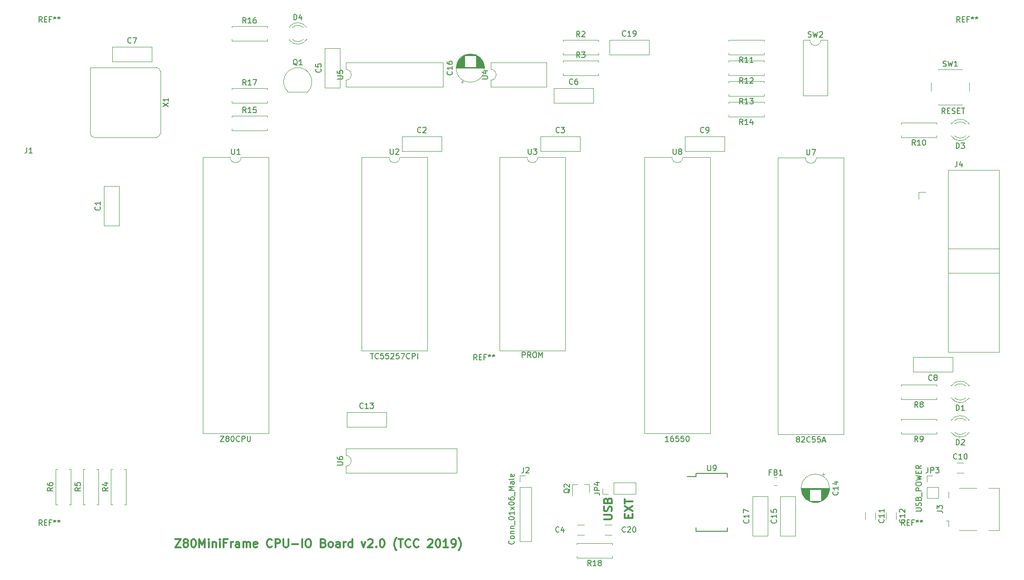
<source format=gbr>
G04 #@! TF.GenerationSoftware,KiCad,Pcbnew,(5.1.4)-1*
G04 #@! TF.CreationDate,2019-12-23T21:40:39+01:00*
G04 #@! TF.ProjectId,Z80Mini,5a38304d-696e-4692-9e6b-696361645f70,rev?*
G04 #@! TF.SameCoordinates,Original*
G04 #@! TF.FileFunction,Legend,Top*
G04 #@! TF.FilePolarity,Positive*
%FSLAX46Y46*%
G04 Gerber Fmt 4.6, Leading zero omitted, Abs format (unit mm)*
G04 Created by KiCad (PCBNEW (5.1.4)-1) date 2019-12-23 21:40:39*
%MOMM*%
%LPD*%
G04 APERTURE LIST*
%ADD10C,0.300000*%
%ADD11C,0.150000*%
%ADD12C,0.120000*%
G04 APERTURE END LIST*
D10*
X190392857Y-138767142D02*
X190392857Y-138267142D01*
X191178571Y-138052857D02*
X191178571Y-138767142D01*
X189678571Y-138767142D01*
X189678571Y-138052857D01*
X189678571Y-137552857D02*
X191178571Y-136552857D01*
X189678571Y-136552857D02*
X191178571Y-137552857D01*
X189678571Y-136195714D02*
X189678571Y-135338571D01*
X191178571Y-135767142D02*
X189678571Y-135767142D01*
X185868571Y-139052857D02*
X187082857Y-139052857D01*
X187225714Y-138981428D01*
X187297142Y-138910000D01*
X187368571Y-138767142D01*
X187368571Y-138481428D01*
X187297142Y-138338571D01*
X187225714Y-138267142D01*
X187082857Y-138195714D01*
X185868571Y-138195714D01*
X187297142Y-137552857D02*
X187368571Y-137338571D01*
X187368571Y-136981428D01*
X187297142Y-136838571D01*
X187225714Y-136767142D01*
X187082857Y-136695714D01*
X186940000Y-136695714D01*
X186797142Y-136767142D01*
X186725714Y-136838571D01*
X186654285Y-136981428D01*
X186582857Y-137267142D01*
X186511428Y-137410000D01*
X186440000Y-137481428D01*
X186297142Y-137552857D01*
X186154285Y-137552857D01*
X186011428Y-137481428D01*
X185940000Y-137410000D01*
X185868571Y-137267142D01*
X185868571Y-136910000D01*
X185940000Y-136695714D01*
X186582857Y-135552857D02*
X186654285Y-135338571D01*
X186725714Y-135267142D01*
X186868571Y-135195714D01*
X187082857Y-135195714D01*
X187225714Y-135267142D01*
X187297142Y-135338571D01*
X187368571Y-135481428D01*
X187368571Y-136052857D01*
X185868571Y-136052857D01*
X185868571Y-135552857D01*
X185940000Y-135410000D01*
X186011428Y-135338571D01*
X186154285Y-135267142D01*
X186297142Y-135267142D01*
X186440000Y-135338571D01*
X186511428Y-135410000D01*
X186582857Y-135552857D01*
X186582857Y-136052857D01*
D11*
X170862857Y-109227380D02*
X170862857Y-108227380D01*
X171243809Y-108227380D01*
X171339047Y-108275000D01*
X171386666Y-108322619D01*
X171434285Y-108417857D01*
X171434285Y-108560714D01*
X171386666Y-108655952D01*
X171339047Y-108703571D01*
X171243809Y-108751190D01*
X170862857Y-108751190D01*
X172434285Y-109227380D02*
X172100952Y-108751190D01*
X171862857Y-109227380D02*
X171862857Y-108227380D01*
X172243809Y-108227380D01*
X172339047Y-108275000D01*
X172386666Y-108322619D01*
X172434285Y-108417857D01*
X172434285Y-108560714D01*
X172386666Y-108655952D01*
X172339047Y-108703571D01*
X172243809Y-108751190D01*
X171862857Y-108751190D01*
X173053333Y-108227380D02*
X173243809Y-108227380D01*
X173339047Y-108275000D01*
X173434285Y-108370238D01*
X173481904Y-108560714D01*
X173481904Y-108894047D01*
X173434285Y-109084523D01*
X173339047Y-109179761D01*
X173243809Y-109227380D01*
X173053333Y-109227380D01*
X172958095Y-109179761D01*
X172862857Y-109084523D01*
X172815238Y-108894047D01*
X172815238Y-108560714D01*
X172862857Y-108370238D01*
X172958095Y-108275000D01*
X173053333Y-108227380D01*
X173910476Y-109227380D02*
X173910476Y-108227380D01*
X174243809Y-108941666D01*
X174577142Y-108227380D01*
X174577142Y-109227380D01*
D10*
X106992857Y-142688571D02*
X107992857Y-142688571D01*
X106992857Y-144188571D01*
X107992857Y-144188571D01*
X108778571Y-143331428D02*
X108635714Y-143260000D01*
X108564285Y-143188571D01*
X108492857Y-143045714D01*
X108492857Y-142974285D01*
X108564285Y-142831428D01*
X108635714Y-142760000D01*
X108778571Y-142688571D01*
X109064285Y-142688571D01*
X109207142Y-142760000D01*
X109278571Y-142831428D01*
X109350000Y-142974285D01*
X109350000Y-143045714D01*
X109278571Y-143188571D01*
X109207142Y-143260000D01*
X109064285Y-143331428D01*
X108778571Y-143331428D01*
X108635714Y-143402857D01*
X108564285Y-143474285D01*
X108492857Y-143617142D01*
X108492857Y-143902857D01*
X108564285Y-144045714D01*
X108635714Y-144117142D01*
X108778571Y-144188571D01*
X109064285Y-144188571D01*
X109207142Y-144117142D01*
X109278571Y-144045714D01*
X109350000Y-143902857D01*
X109350000Y-143617142D01*
X109278571Y-143474285D01*
X109207142Y-143402857D01*
X109064285Y-143331428D01*
X110278571Y-142688571D02*
X110421428Y-142688571D01*
X110564285Y-142760000D01*
X110635714Y-142831428D01*
X110707142Y-142974285D01*
X110778571Y-143260000D01*
X110778571Y-143617142D01*
X110707142Y-143902857D01*
X110635714Y-144045714D01*
X110564285Y-144117142D01*
X110421428Y-144188571D01*
X110278571Y-144188571D01*
X110135714Y-144117142D01*
X110064285Y-144045714D01*
X109992857Y-143902857D01*
X109921428Y-143617142D01*
X109921428Y-143260000D01*
X109992857Y-142974285D01*
X110064285Y-142831428D01*
X110135714Y-142760000D01*
X110278571Y-142688571D01*
X111421428Y-144188571D02*
X111421428Y-142688571D01*
X111921428Y-143760000D01*
X112421428Y-142688571D01*
X112421428Y-144188571D01*
X113135714Y-144188571D02*
X113135714Y-143188571D01*
X113135714Y-142688571D02*
X113064285Y-142760000D01*
X113135714Y-142831428D01*
X113207142Y-142760000D01*
X113135714Y-142688571D01*
X113135714Y-142831428D01*
X113850000Y-143188571D02*
X113850000Y-144188571D01*
X113850000Y-143331428D02*
X113921428Y-143260000D01*
X114064285Y-143188571D01*
X114278571Y-143188571D01*
X114421428Y-143260000D01*
X114492857Y-143402857D01*
X114492857Y-144188571D01*
X115207142Y-144188571D02*
X115207142Y-143188571D01*
X115207142Y-142688571D02*
X115135714Y-142760000D01*
X115207142Y-142831428D01*
X115278571Y-142760000D01*
X115207142Y-142688571D01*
X115207142Y-142831428D01*
X116421428Y-143402857D02*
X115921428Y-143402857D01*
X115921428Y-144188571D02*
X115921428Y-142688571D01*
X116635714Y-142688571D01*
X117207142Y-144188571D02*
X117207142Y-143188571D01*
X117207142Y-143474285D02*
X117278571Y-143331428D01*
X117350000Y-143260000D01*
X117492857Y-143188571D01*
X117635714Y-143188571D01*
X118778571Y-144188571D02*
X118778571Y-143402857D01*
X118707142Y-143260000D01*
X118564285Y-143188571D01*
X118278571Y-143188571D01*
X118135714Y-143260000D01*
X118778571Y-144117142D02*
X118635714Y-144188571D01*
X118278571Y-144188571D01*
X118135714Y-144117142D01*
X118064285Y-143974285D01*
X118064285Y-143831428D01*
X118135714Y-143688571D01*
X118278571Y-143617142D01*
X118635714Y-143617142D01*
X118778571Y-143545714D01*
X119492857Y-144188571D02*
X119492857Y-143188571D01*
X119492857Y-143331428D02*
X119564285Y-143260000D01*
X119707142Y-143188571D01*
X119921428Y-143188571D01*
X120064285Y-143260000D01*
X120135714Y-143402857D01*
X120135714Y-144188571D01*
X120135714Y-143402857D02*
X120207142Y-143260000D01*
X120350000Y-143188571D01*
X120564285Y-143188571D01*
X120707142Y-143260000D01*
X120778571Y-143402857D01*
X120778571Y-144188571D01*
X122064285Y-144117142D02*
X121921428Y-144188571D01*
X121635714Y-144188571D01*
X121492857Y-144117142D01*
X121421428Y-143974285D01*
X121421428Y-143402857D01*
X121492857Y-143260000D01*
X121635714Y-143188571D01*
X121921428Y-143188571D01*
X122064285Y-143260000D01*
X122135714Y-143402857D01*
X122135714Y-143545714D01*
X121421428Y-143688571D01*
X124778571Y-144045714D02*
X124707142Y-144117142D01*
X124492857Y-144188571D01*
X124350000Y-144188571D01*
X124135714Y-144117142D01*
X123992857Y-143974285D01*
X123921428Y-143831428D01*
X123850000Y-143545714D01*
X123850000Y-143331428D01*
X123921428Y-143045714D01*
X123992857Y-142902857D01*
X124135714Y-142760000D01*
X124350000Y-142688571D01*
X124492857Y-142688571D01*
X124707142Y-142760000D01*
X124778571Y-142831428D01*
X125421428Y-144188571D02*
X125421428Y-142688571D01*
X125992857Y-142688571D01*
X126135714Y-142760000D01*
X126207142Y-142831428D01*
X126278571Y-142974285D01*
X126278571Y-143188571D01*
X126207142Y-143331428D01*
X126135714Y-143402857D01*
X125992857Y-143474285D01*
X125421428Y-143474285D01*
X126921428Y-142688571D02*
X126921428Y-143902857D01*
X126992857Y-144045714D01*
X127064285Y-144117142D01*
X127207142Y-144188571D01*
X127492857Y-144188571D01*
X127635714Y-144117142D01*
X127707142Y-144045714D01*
X127778571Y-143902857D01*
X127778571Y-142688571D01*
X128492857Y-143617142D02*
X129635714Y-143617142D01*
X130350000Y-144188571D02*
X130350000Y-142688571D01*
X131350000Y-142688571D02*
X131635714Y-142688571D01*
X131778571Y-142760000D01*
X131921428Y-142902857D01*
X131992857Y-143188571D01*
X131992857Y-143688571D01*
X131921428Y-143974285D01*
X131778571Y-144117142D01*
X131635714Y-144188571D01*
X131350000Y-144188571D01*
X131207142Y-144117142D01*
X131064285Y-143974285D01*
X130992857Y-143688571D01*
X130992857Y-143188571D01*
X131064285Y-142902857D01*
X131207142Y-142760000D01*
X131350000Y-142688571D01*
X134278571Y-143402857D02*
X134492857Y-143474285D01*
X134564285Y-143545714D01*
X134635714Y-143688571D01*
X134635714Y-143902857D01*
X134564285Y-144045714D01*
X134492857Y-144117142D01*
X134350000Y-144188571D01*
X133778571Y-144188571D01*
X133778571Y-142688571D01*
X134278571Y-142688571D01*
X134421428Y-142760000D01*
X134492857Y-142831428D01*
X134564285Y-142974285D01*
X134564285Y-143117142D01*
X134492857Y-143260000D01*
X134421428Y-143331428D01*
X134278571Y-143402857D01*
X133778571Y-143402857D01*
X135492857Y-144188571D02*
X135350000Y-144117142D01*
X135278571Y-144045714D01*
X135207142Y-143902857D01*
X135207142Y-143474285D01*
X135278571Y-143331428D01*
X135350000Y-143260000D01*
X135492857Y-143188571D01*
X135707142Y-143188571D01*
X135850000Y-143260000D01*
X135921428Y-143331428D01*
X135992857Y-143474285D01*
X135992857Y-143902857D01*
X135921428Y-144045714D01*
X135850000Y-144117142D01*
X135707142Y-144188571D01*
X135492857Y-144188571D01*
X137278571Y-144188571D02*
X137278571Y-143402857D01*
X137207142Y-143260000D01*
X137064285Y-143188571D01*
X136778571Y-143188571D01*
X136635714Y-143260000D01*
X137278571Y-144117142D02*
X137135714Y-144188571D01*
X136778571Y-144188571D01*
X136635714Y-144117142D01*
X136564285Y-143974285D01*
X136564285Y-143831428D01*
X136635714Y-143688571D01*
X136778571Y-143617142D01*
X137135714Y-143617142D01*
X137278571Y-143545714D01*
X137992857Y-144188571D02*
X137992857Y-143188571D01*
X137992857Y-143474285D02*
X138064285Y-143331428D01*
X138135714Y-143260000D01*
X138278571Y-143188571D01*
X138421428Y-143188571D01*
X139564285Y-144188571D02*
X139564285Y-142688571D01*
X139564285Y-144117142D02*
X139421428Y-144188571D01*
X139135714Y-144188571D01*
X138992857Y-144117142D01*
X138921428Y-144045714D01*
X138850000Y-143902857D01*
X138850000Y-143474285D01*
X138921428Y-143331428D01*
X138992857Y-143260000D01*
X139135714Y-143188571D01*
X139421428Y-143188571D01*
X139564285Y-143260000D01*
X141278571Y-143188571D02*
X141635714Y-144188571D01*
X141992857Y-143188571D01*
X142492857Y-142831428D02*
X142564285Y-142760000D01*
X142707142Y-142688571D01*
X143064285Y-142688571D01*
X143207142Y-142760000D01*
X143278571Y-142831428D01*
X143350000Y-142974285D01*
X143350000Y-143117142D01*
X143278571Y-143331428D01*
X142421428Y-144188571D01*
X143350000Y-144188571D01*
X143992857Y-144045714D02*
X144064285Y-144117142D01*
X143992857Y-144188571D01*
X143921428Y-144117142D01*
X143992857Y-144045714D01*
X143992857Y-144188571D01*
X144992857Y-142688571D02*
X145135714Y-142688571D01*
X145278571Y-142760000D01*
X145350000Y-142831428D01*
X145421428Y-142974285D01*
X145492857Y-143260000D01*
X145492857Y-143617142D01*
X145421428Y-143902857D01*
X145350000Y-144045714D01*
X145278571Y-144117142D01*
X145135714Y-144188571D01*
X144992857Y-144188571D01*
X144850000Y-144117142D01*
X144778571Y-144045714D01*
X144707142Y-143902857D01*
X144635714Y-143617142D01*
X144635714Y-143260000D01*
X144707142Y-142974285D01*
X144778571Y-142831428D01*
X144850000Y-142760000D01*
X144992857Y-142688571D01*
X147707142Y-144760000D02*
X147635714Y-144688571D01*
X147492857Y-144474285D01*
X147421428Y-144331428D01*
X147350000Y-144117142D01*
X147278571Y-143760000D01*
X147278571Y-143474285D01*
X147350000Y-143117142D01*
X147421428Y-142902857D01*
X147492857Y-142760000D01*
X147635714Y-142545714D01*
X147707142Y-142474285D01*
X148064285Y-142688571D02*
X148921428Y-142688571D01*
X148492857Y-144188571D02*
X148492857Y-142688571D01*
X150278571Y-144045714D02*
X150207142Y-144117142D01*
X149992857Y-144188571D01*
X149850000Y-144188571D01*
X149635714Y-144117142D01*
X149492857Y-143974285D01*
X149421428Y-143831428D01*
X149350000Y-143545714D01*
X149350000Y-143331428D01*
X149421428Y-143045714D01*
X149492857Y-142902857D01*
X149635714Y-142760000D01*
X149850000Y-142688571D01*
X149992857Y-142688571D01*
X150207142Y-142760000D01*
X150278571Y-142831428D01*
X151778571Y-144045714D02*
X151707142Y-144117142D01*
X151492857Y-144188571D01*
X151350000Y-144188571D01*
X151135714Y-144117142D01*
X150992857Y-143974285D01*
X150921428Y-143831428D01*
X150850000Y-143545714D01*
X150850000Y-143331428D01*
X150921428Y-143045714D01*
X150992857Y-142902857D01*
X151135714Y-142760000D01*
X151350000Y-142688571D01*
X151492857Y-142688571D01*
X151707142Y-142760000D01*
X151778571Y-142831428D01*
X153492857Y-142831428D02*
X153564285Y-142760000D01*
X153707142Y-142688571D01*
X154064285Y-142688571D01*
X154207142Y-142760000D01*
X154278571Y-142831428D01*
X154350000Y-142974285D01*
X154350000Y-143117142D01*
X154278571Y-143331428D01*
X153421428Y-144188571D01*
X154350000Y-144188571D01*
X155278571Y-142688571D02*
X155421428Y-142688571D01*
X155564285Y-142760000D01*
X155635714Y-142831428D01*
X155707142Y-142974285D01*
X155778571Y-143260000D01*
X155778571Y-143617142D01*
X155707142Y-143902857D01*
X155635714Y-144045714D01*
X155564285Y-144117142D01*
X155421428Y-144188571D01*
X155278571Y-144188571D01*
X155135714Y-144117142D01*
X155064285Y-144045714D01*
X154992857Y-143902857D01*
X154921428Y-143617142D01*
X154921428Y-143260000D01*
X154992857Y-142974285D01*
X155064285Y-142831428D01*
X155135714Y-142760000D01*
X155278571Y-142688571D01*
X157207142Y-144188571D02*
X156350000Y-144188571D01*
X156778571Y-144188571D02*
X156778571Y-142688571D01*
X156635714Y-142902857D01*
X156492857Y-143045714D01*
X156350000Y-143117142D01*
X157921428Y-144188571D02*
X158207142Y-144188571D01*
X158350000Y-144117142D01*
X158421428Y-144045714D01*
X158564285Y-143831428D01*
X158635714Y-143545714D01*
X158635714Y-142974285D01*
X158564285Y-142831428D01*
X158492857Y-142760000D01*
X158350000Y-142688571D01*
X158064285Y-142688571D01*
X157921428Y-142760000D01*
X157850000Y-142831428D01*
X157778571Y-142974285D01*
X157778571Y-143331428D01*
X157850000Y-143474285D01*
X157921428Y-143545714D01*
X158064285Y-143617142D01*
X158350000Y-143617142D01*
X158492857Y-143545714D01*
X158564285Y-143474285D01*
X158635714Y-143331428D01*
X159135714Y-144760000D02*
X159207142Y-144688571D01*
X159349999Y-144474285D01*
X159421428Y-144331428D01*
X159492857Y-144117142D01*
X159564285Y-143760000D01*
X159564285Y-143474285D01*
X159492857Y-143117142D01*
X159421428Y-142902857D01*
X159349999Y-142760000D01*
X159207142Y-142545714D01*
X159135714Y-142474285D01*
D12*
X249240000Y-89190000D02*
X258590000Y-89190000D01*
X249240000Y-108220000D02*
X249240000Y-74660000D01*
X249240000Y-108220000D02*
X258590000Y-108220000D01*
X249240000Y-93690000D02*
X258590000Y-93690000D01*
X249240000Y-74660000D02*
X258590000Y-74660000D01*
X258590000Y-74660000D02*
X258590000Y-108220000D01*
X245110000Y-78740000D02*
X243840000Y-78740000D01*
X243840000Y-78740000D02*
X243840000Y-80010000D01*
X226515000Y-130775225D02*
X226015000Y-130775225D01*
X226265000Y-130525225D02*
X226265000Y-131025225D01*
X225074000Y-135931000D02*
X224506000Y-135931000D01*
X225308000Y-135891000D02*
X224272000Y-135891000D01*
X225467000Y-135851000D02*
X224113000Y-135851000D01*
X225595000Y-135811000D02*
X223985000Y-135811000D01*
X225705000Y-135771000D02*
X223875000Y-135771000D01*
X225801000Y-135731000D02*
X223779000Y-135731000D01*
X225888000Y-135691000D02*
X223692000Y-135691000D01*
X225968000Y-135651000D02*
X223612000Y-135651000D01*
X223750000Y-135611000D02*
X223539000Y-135611000D01*
X226041000Y-135611000D02*
X225830000Y-135611000D01*
X223750000Y-135571000D02*
X223471000Y-135571000D01*
X226109000Y-135571000D02*
X225830000Y-135571000D01*
X223750000Y-135531000D02*
X223407000Y-135531000D01*
X226173000Y-135531000D02*
X225830000Y-135531000D01*
X223750000Y-135491000D02*
X223347000Y-135491000D01*
X226233000Y-135491000D02*
X225830000Y-135491000D01*
X223750000Y-135451000D02*
X223290000Y-135451000D01*
X226290000Y-135451000D02*
X225830000Y-135451000D01*
X223750000Y-135411000D02*
X223236000Y-135411000D01*
X226344000Y-135411000D02*
X225830000Y-135411000D01*
X223750000Y-135371000D02*
X223185000Y-135371000D01*
X226395000Y-135371000D02*
X225830000Y-135371000D01*
X223750000Y-135331000D02*
X223137000Y-135331000D01*
X226443000Y-135331000D02*
X225830000Y-135331000D01*
X223750000Y-135291000D02*
X223091000Y-135291000D01*
X226489000Y-135291000D02*
X225830000Y-135291000D01*
X223750000Y-135251000D02*
X223047000Y-135251000D01*
X226533000Y-135251000D02*
X225830000Y-135251000D01*
X223750000Y-135211000D02*
X223005000Y-135211000D01*
X226575000Y-135211000D02*
X225830000Y-135211000D01*
X223750000Y-135171000D02*
X222964000Y-135171000D01*
X226616000Y-135171000D02*
X225830000Y-135171000D01*
X223750000Y-135131000D02*
X222926000Y-135131000D01*
X226654000Y-135131000D02*
X225830000Y-135131000D01*
X223750000Y-135091000D02*
X222889000Y-135091000D01*
X226691000Y-135091000D02*
X225830000Y-135091000D01*
X223750000Y-135051000D02*
X222853000Y-135051000D01*
X226727000Y-135051000D02*
X225830000Y-135051000D01*
X223750000Y-135011000D02*
X222819000Y-135011000D01*
X226761000Y-135011000D02*
X225830000Y-135011000D01*
X223750000Y-134971000D02*
X222786000Y-134971000D01*
X226794000Y-134971000D02*
X225830000Y-134971000D01*
X223750000Y-134931000D02*
X222755000Y-134931000D01*
X226825000Y-134931000D02*
X225830000Y-134931000D01*
X223750000Y-134891000D02*
X222725000Y-134891000D01*
X226855000Y-134891000D02*
X225830000Y-134891000D01*
X223750000Y-134851000D02*
X222695000Y-134851000D01*
X226885000Y-134851000D02*
X225830000Y-134851000D01*
X223750000Y-134811000D02*
X222668000Y-134811000D01*
X226912000Y-134811000D02*
X225830000Y-134811000D01*
X223750000Y-134771000D02*
X222641000Y-134771000D01*
X226939000Y-134771000D02*
X225830000Y-134771000D01*
X223750000Y-134731000D02*
X222615000Y-134731000D01*
X226965000Y-134731000D02*
X225830000Y-134731000D01*
X223750000Y-134691000D02*
X222590000Y-134691000D01*
X226990000Y-134691000D02*
X225830000Y-134691000D01*
X223750000Y-134651000D02*
X222566000Y-134651000D01*
X227014000Y-134651000D02*
X225830000Y-134651000D01*
X223750000Y-134611000D02*
X222543000Y-134611000D01*
X227037000Y-134611000D02*
X225830000Y-134611000D01*
X223750000Y-134571000D02*
X222522000Y-134571000D01*
X227058000Y-134571000D02*
X225830000Y-134571000D01*
X223750000Y-134531000D02*
X222500000Y-134531000D01*
X227080000Y-134531000D02*
X225830000Y-134531000D01*
X223750000Y-134491000D02*
X222480000Y-134491000D01*
X227100000Y-134491000D02*
X225830000Y-134491000D01*
X223750000Y-134451000D02*
X222461000Y-134451000D01*
X227119000Y-134451000D02*
X225830000Y-134451000D01*
X223750000Y-134411000D02*
X222442000Y-134411000D01*
X227138000Y-134411000D02*
X225830000Y-134411000D01*
X223750000Y-134371000D02*
X222425000Y-134371000D01*
X227155000Y-134371000D02*
X225830000Y-134371000D01*
X223750000Y-134331000D02*
X222408000Y-134331000D01*
X227172000Y-134331000D02*
X225830000Y-134331000D01*
X223750000Y-134291000D02*
X222392000Y-134291000D01*
X227188000Y-134291000D02*
X225830000Y-134291000D01*
X223750000Y-134251000D02*
X222376000Y-134251000D01*
X227204000Y-134251000D02*
X225830000Y-134251000D01*
X223750000Y-134211000D02*
X222362000Y-134211000D01*
X227218000Y-134211000D02*
X225830000Y-134211000D01*
X223750000Y-134171000D02*
X222348000Y-134171000D01*
X227232000Y-134171000D02*
X225830000Y-134171000D01*
X223750000Y-134131000D02*
X222335000Y-134131000D01*
X227245000Y-134131000D02*
X225830000Y-134131000D01*
X223750000Y-134091000D02*
X222322000Y-134091000D01*
X227258000Y-134091000D02*
X225830000Y-134091000D01*
X223750000Y-134051000D02*
X222310000Y-134051000D01*
X227270000Y-134051000D02*
X225830000Y-134051000D01*
X223750000Y-134010000D02*
X222299000Y-134010000D01*
X227281000Y-134010000D02*
X225830000Y-134010000D01*
X223750000Y-133970000D02*
X222289000Y-133970000D01*
X227291000Y-133970000D02*
X225830000Y-133970000D01*
X223750000Y-133930000D02*
X222279000Y-133930000D01*
X227301000Y-133930000D02*
X225830000Y-133930000D01*
X223750000Y-133890000D02*
X222270000Y-133890000D01*
X227310000Y-133890000D02*
X225830000Y-133890000D01*
X223750000Y-133850000D02*
X222262000Y-133850000D01*
X227318000Y-133850000D02*
X225830000Y-133850000D01*
X223750000Y-133810000D02*
X222254000Y-133810000D01*
X227326000Y-133810000D02*
X225830000Y-133810000D01*
X223750000Y-133770000D02*
X222247000Y-133770000D01*
X227333000Y-133770000D02*
X225830000Y-133770000D01*
X223750000Y-133730000D02*
X222240000Y-133730000D01*
X227340000Y-133730000D02*
X225830000Y-133730000D01*
X223750000Y-133690000D02*
X222234000Y-133690000D01*
X227346000Y-133690000D02*
X225830000Y-133690000D01*
X223750000Y-133650000D02*
X222229000Y-133650000D01*
X227351000Y-133650000D02*
X225830000Y-133650000D01*
X223750000Y-133610000D02*
X222225000Y-133610000D01*
X227355000Y-133610000D02*
X225830000Y-133610000D01*
X223750000Y-133570000D02*
X222221000Y-133570000D01*
X227359000Y-133570000D02*
X225830000Y-133570000D01*
X227363000Y-133530000D02*
X222217000Y-133530000D01*
X227366000Y-133490000D02*
X222214000Y-133490000D01*
X227368000Y-133450000D02*
X222212000Y-133450000D01*
X227369000Y-133410000D02*
X222211000Y-133410000D01*
X227370000Y-133370000D02*
X222210000Y-133370000D01*
X227370000Y-133330000D02*
X222210000Y-133330000D01*
X227410000Y-133330000D02*
G75*
G03X227410000Y-133330000I-2620000J0D01*
G01*
X138370000Y-126020000D02*
X138370000Y-127270000D01*
X158810000Y-126020000D02*
X138370000Y-126020000D01*
X158810000Y-130520000D02*
X158810000Y-126020000D01*
X138370000Y-130520000D02*
X158810000Y-130520000D01*
X138370000Y-129270000D02*
X138370000Y-130520000D01*
X138370000Y-127270000D02*
G75*
G02X138370000Y-129270000I0J-1000000D01*
G01*
X185630000Y-134410000D02*
X185630000Y-133350000D01*
X186690000Y-134410000D02*
X185630000Y-134410000D01*
X187690000Y-134410000D02*
X187690000Y-132290000D01*
X187690000Y-132290000D02*
X191750000Y-132290000D01*
X187690000Y-134410000D02*
X191750000Y-134410000D01*
X191750000Y-134410000D02*
X191750000Y-132290000D01*
D11*
X202865000Y-131140000D02*
X201265000Y-131140000D01*
X202865000Y-141215000D02*
X208615000Y-141215000D01*
X202865000Y-130565000D02*
X208615000Y-130565000D01*
X202865000Y-141215000D02*
X202865000Y-140565000D01*
X208615000Y-141215000D02*
X208615000Y-140565000D01*
X208615000Y-130565000D02*
X208615000Y-131215000D01*
X202865000Y-130565000D02*
X202865000Y-131140000D01*
D12*
X170390000Y-131020000D02*
X171450000Y-131020000D01*
X170390000Y-132080000D02*
X170390000Y-131020000D01*
X170390000Y-133080000D02*
X172510000Y-133080000D01*
X172510000Y-133080000D02*
X172510000Y-143140000D01*
X170390000Y-133080000D02*
X170390000Y-143140000D01*
X170390000Y-143140000D02*
X172510000Y-143140000D01*
X183190000Y-132590000D02*
X183190000Y-134050000D01*
X180030000Y-132590000D02*
X180030000Y-134750000D01*
X180030000Y-132590000D02*
X180960000Y-132590000D01*
X183190000Y-132590000D02*
X182260000Y-132590000D01*
X159565000Y-58454775D02*
X160065000Y-58454775D01*
X159815000Y-58704775D02*
X159815000Y-58204775D01*
X161006000Y-53299000D02*
X161574000Y-53299000D01*
X160772000Y-53339000D02*
X161808000Y-53339000D01*
X160613000Y-53379000D02*
X161967000Y-53379000D01*
X160485000Y-53419000D02*
X162095000Y-53419000D01*
X160375000Y-53459000D02*
X162205000Y-53459000D01*
X160279000Y-53499000D02*
X162301000Y-53499000D01*
X160192000Y-53539000D02*
X162388000Y-53539000D01*
X160112000Y-53579000D02*
X162468000Y-53579000D01*
X162330000Y-53619000D02*
X162541000Y-53619000D01*
X160039000Y-53619000D02*
X160250000Y-53619000D01*
X162330000Y-53659000D02*
X162609000Y-53659000D01*
X159971000Y-53659000D02*
X160250000Y-53659000D01*
X162330000Y-53699000D02*
X162673000Y-53699000D01*
X159907000Y-53699000D02*
X160250000Y-53699000D01*
X162330000Y-53739000D02*
X162733000Y-53739000D01*
X159847000Y-53739000D02*
X160250000Y-53739000D01*
X162330000Y-53779000D02*
X162790000Y-53779000D01*
X159790000Y-53779000D02*
X160250000Y-53779000D01*
X162330000Y-53819000D02*
X162844000Y-53819000D01*
X159736000Y-53819000D02*
X160250000Y-53819000D01*
X162330000Y-53859000D02*
X162895000Y-53859000D01*
X159685000Y-53859000D02*
X160250000Y-53859000D01*
X162330000Y-53899000D02*
X162943000Y-53899000D01*
X159637000Y-53899000D02*
X160250000Y-53899000D01*
X162330000Y-53939000D02*
X162989000Y-53939000D01*
X159591000Y-53939000D02*
X160250000Y-53939000D01*
X162330000Y-53979000D02*
X163033000Y-53979000D01*
X159547000Y-53979000D02*
X160250000Y-53979000D01*
X162330000Y-54019000D02*
X163075000Y-54019000D01*
X159505000Y-54019000D02*
X160250000Y-54019000D01*
X162330000Y-54059000D02*
X163116000Y-54059000D01*
X159464000Y-54059000D02*
X160250000Y-54059000D01*
X162330000Y-54099000D02*
X163154000Y-54099000D01*
X159426000Y-54099000D02*
X160250000Y-54099000D01*
X162330000Y-54139000D02*
X163191000Y-54139000D01*
X159389000Y-54139000D02*
X160250000Y-54139000D01*
X162330000Y-54179000D02*
X163227000Y-54179000D01*
X159353000Y-54179000D02*
X160250000Y-54179000D01*
X162330000Y-54219000D02*
X163261000Y-54219000D01*
X159319000Y-54219000D02*
X160250000Y-54219000D01*
X162330000Y-54259000D02*
X163294000Y-54259000D01*
X159286000Y-54259000D02*
X160250000Y-54259000D01*
X162330000Y-54299000D02*
X163325000Y-54299000D01*
X159255000Y-54299000D02*
X160250000Y-54299000D01*
X162330000Y-54339000D02*
X163355000Y-54339000D01*
X159225000Y-54339000D02*
X160250000Y-54339000D01*
X162330000Y-54379000D02*
X163385000Y-54379000D01*
X159195000Y-54379000D02*
X160250000Y-54379000D01*
X162330000Y-54419000D02*
X163412000Y-54419000D01*
X159168000Y-54419000D02*
X160250000Y-54419000D01*
X162330000Y-54459000D02*
X163439000Y-54459000D01*
X159141000Y-54459000D02*
X160250000Y-54459000D01*
X162330000Y-54499000D02*
X163465000Y-54499000D01*
X159115000Y-54499000D02*
X160250000Y-54499000D01*
X162330000Y-54539000D02*
X163490000Y-54539000D01*
X159090000Y-54539000D02*
X160250000Y-54539000D01*
X162330000Y-54579000D02*
X163514000Y-54579000D01*
X159066000Y-54579000D02*
X160250000Y-54579000D01*
X162330000Y-54619000D02*
X163537000Y-54619000D01*
X159043000Y-54619000D02*
X160250000Y-54619000D01*
X162330000Y-54659000D02*
X163558000Y-54659000D01*
X159022000Y-54659000D02*
X160250000Y-54659000D01*
X162330000Y-54699000D02*
X163580000Y-54699000D01*
X159000000Y-54699000D02*
X160250000Y-54699000D01*
X162330000Y-54739000D02*
X163600000Y-54739000D01*
X158980000Y-54739000D02*
X160250000Y-54739000D01*
X162330000Y-54779000D02*
X163619000Y-54779000D01*
X158961000Y-54779000D02*
X160250000Y-54779000D01*
X162330000Y-54819000D02*
X163638000Y-54819000D01*
X158942000Y-54819000D02*
X160250000Y-54819000D01*
X162330000Y-54859000D02*
X163655000Y-54859000D01*
X158925000Y-54859000D02*
X160250000Y-54859000D01*
X162330000Y-54899000D02*
X163672000Y-54899000D01*
X158908000Y-54899000D02*
X160250000Y-54899000D01*
X162330000Y-54939000D02*
X163688000Y-54939000D01*
X158892000Y-54939000D02*
X160250000Y-54939000D01*
X162330000Y-54979000D02*
X163704000Y-54979000D01*
X158876000Y-54979000D02*
X160250000Y-54979000D01*
X162330000Y-55019000D02*
X163718000Y-55019000D01*
X158862000Y-55019000D02*
X160250000Y-55019000D01*
X162330000Y-55059000D02*
X163732000Y-55059000D01*
X158848000Y-55059000D02*
X160250000Y-55059000D01*
X162330000Y-55099000D02*
X163745000Y-55099000D01*
X158835000Y-55099000D02*
X160250000Y-55099000D01*
X162330000Y-55139000D02*
X163758000Y-55139000D01*
X158822000Y-55139000D02*
X160250000Y-55139000D01*
X162330000Y-55179000D02*
X163770000Y-55179000D01*
X158810000Y-55179000D02*
X160250000Y-55179000D01*
X162330000Y-55220000D02*
X163781000Y-55220000D01*
X158799000Y-55220000D02*
X160250000Y-55220000D01*
X162330000Y-55260000D02*
X163791000Y-55260000D01*
X158789000Y-55260000D02*
X160250000Y-55260000D01*
X162330000Y-55300000D02*
X163801000Y-55300000D01*
X158779000Y-55300000D02*
X160250000Y-55300000D01*
X162330000Y-55340000D02*
X163810000Y-55340000D01*
X158770000Y-55340000D02*
X160250000Y-55340000D01*
X162330000Y-55380000D02*
X163818000Y-55380000D01*
X158762000Y-55380000D02*
X160250000Y-55380000D01*
X162330000Y-55420000D02*
X163826000Y-55420000D01*
X158754000Y-55420000D02*
X160250000Y-55420000D01*
X162330000Y-55460000D02*
X163833000Y-55460000D01*
X158747000Y-55460000D02*
X160250000Y-55460000D01*
X162330000Y-55500000D02*
X163840000Y-55500000D01*
X158740000Y-55500000D02*
X160250000Y-55500000D01*
X162330000Y-55540000D02*
X163846000Y-55540000D01*
X158734000Y-55540000D02*
X160250000Y-55540000D01*
X162330000Y-55580000D02*
X163851000Y-55580000D01*
X158729000Y-55580000D02*
X160250000Y-55580000D01*
X162330000Y-55620000D02*
X163855000Y-55620000D01*
X158725000Y-55620000D02*
X160250000Y-55620000D01*
X162330000Y-55660000D02*
X163859000Y-55660000D01*
X158721000Y-55660000D02*
X160250000Y-55660000D01*
X158717000Y-55700000D02*
X163863000Y-55700000D01*
X158714000Y-55740000D02*
X163866000Y-55740000D01*
X158712000Y-55780000D02*
X163868000Y-55780000D01*
X158711000Y-55820000D02*
X163869000Y-55820000D01*
X158710000Y-55860000D02*
X163870000Y-55860000D01*
X158710000Y-55900000D02*
X163870000Y-55900000D01*
X163910000Y-55900000D02*
G75*
G03X163910000Y-55900000I-2620000J0D01*
G01*
X213260000Y-134850000D02*
X216000000Y-134850000D01*
X213260000Y-142090000D02*
X216000000Y-142090000D01*
X216000000Y-142090000D02*
X216000000Y-134850000D01*
X213260000Y-142090000D02*
X213260000Y-134850000D01*
X245320000Y-131020000D02*
X246380000Y-131020000D01*
X245320000Y-132080000D02*
X245320000Y-131020000D01*
X245320000Y-133080000D02*
X247440000Y-133080000D01*
X247440000Y-133080000D02*
X247440000Y-135140000D01*
X245320000Y-133080000D02*
X245320000Y-135140000D01*
X245320000Y-135140000D02*
X247440000Y-135140000D01*
X180880000Y-143410000D02*
X180880000Y-143740000D01*
X187420000Y-143410000D02*
X180880000Y-143410000D01*
X187420000Y-143740000D02*
X187420000Y-143410000D01*
X180880000Y-146150000D02*
X180880000Y-145820000D01*
X187420000Y-146150000D02*
X180880000Y-146150000D01*
X187420000Y-145820000D02*
X187420000Y-146150000D01*
X187339000Y-140050000D02*
X186081000Y-140050000D01*
X187339000Y-141890000D02*
X186081000Y-141890000D01*
X180961000Y-141890000D02*
X182219000Y-141890000D01*
X180961000Y-140050000D02*
X182219000Y-140050000D01*
X165040000Y-54900000D02*
X165040000Y-56150000D01*
X175320000Y-54900000D02*
X165040000Y-54900000D01*
X175320000Y-59400000D02*
X175320000Y-54900000D01*
X165040000Y-59400000D02*
X175320000Y-59400000D01*
X165040000Y-58150000D02*
X165040000Y-59400000D01*
X165040000Y-56150000D02*
G75*
G02X165040000Y-58150000I0J-1000000D01*
G01*
X123920000Y-62330000D02*
X123920000Y-62000000D01*
X117380000Y-62330000D02*
X123920000Y-62330000D01*
X117380000Y-62000000D02*
X117380000Y-62330000D01*
X123920000Y-59590000D02*
X123920000Y-59920000D01*
X117380000Y-59590000D02*
X123920000Y-59590000D01*
X117380000Y-59920000D02*
X117380000Y-59590000D01*
X123920000Y-50900000D02*
X123920000Y-50570000D01*
X117380000Y-50900000D02*
X123920000Y-50900000D01*
X117380000Y-50570000D02*
X117380000Y-50900000D01*
X123920000Y-48160000D02*
X123920000Y-48490000D01*
X117380000Y-48160000D02*
X123920000Y-48160000D01*
X117380000Y-48490000D02*
X117380000Y-48160000D01*
X123920000Y-67410000D02*
X123920000Y-67080000D01*
X117380000Y-67410000D02*
X123920000Y-67410000D01*
X117380000Y-67080000D02*
X117380000Y-67410000D01*
X123920000Y-64670000D02*
X123920000Y-65000000D01*
X117380000Y-64670000D02*
X123920000Y-64670000D01*
X117380000Y-65000000D02*
X117380000Y-64670000D01*
X131378478Y-60258478D02*
G75*
G03X129540000Y-55820000I-1838478J1838478D01*
G01*
X127701522Y-60258478D02*
G75*
G02X129540000Y-55820000I1838478J1838478D01*
G01*
X127740000Y-60270000D02*
X131340000Y-60270000D01*
X127980000Y-50610000D02*
X127980000Y-50766000D01*
X127980000Y-48294000D02*
X127980000Y-48450000D01*
X130581130Y-50609837D02*
G75*
G02X128499039Y-50610000I-1041130J1079837D01*
G01*
X130581130Y-48450163D02*
G75*
G03X128499039Y-48450000I-1041130J-1079837D01*
G01*
X131212335Y-50608608D02*
G75*
G02X127980000Y-50765516I-1672335J1078608D01*
G01*
X131212335Y-48451392D02*
G75*
G03X127980000Y-48294484I-1672335J-1078608D01*
G01*
X194160000Y-50700000D02*
X194160000Y-53440000D01*
X186920000Y-50700000D02*
X186920000Y-53440000D01*
X186920000Y-53440000D02*
X194160000Y-53440000D01*
X186920000Y-50700000D02*
X194160000Y-50700000D01*
X124170000Y-72330000D02*
X119110000Y-72330000D01*
X124170000Y-123250000D02*
X124170000Y-72330000D01*
X112050000Y-123250000D02*
X124170000Y-123250000D01*
X112050000Y-72330000D02*
X112050000Y-123250000D01*
X117110000Y-72330000D02*
X112050000Y-72330000D01*
X119110000Y-72330000D02*
G75*
G02X117110000Y-72330000I-1000000J0D01*
G01*
X184880000Y-57250000D02*
X184880000Y-56920000D01*
X178340000Y-57250000D02*
X184880000Y-57250000D01*
X178340000Y-56920000D02*
X178340000Y-57250000D01*
X184880000Y-54510000D02*
X184880000Y-54840000D01*
X178340000Y-54510000D02*
X184880000Y-54510000D01*
X178340000Y-54840000D02*
X178340000Y-54510000D01*
X153380000Y-72330000D02*
X148320000Y-72330000D01*
X153380000Y-108010000D02*
X153380000Y-72330000D01*
X141260000Y-108010000D02*
X153380000Y-108010000D01*
X141260000Y-72330000D02*
X141260000Y-108010000D01*
X146320000Y-72330000D02*
X141260000Y-72330000D01*
X148320000Y-72330000D02*
G75*
G02X146320000Y-72330000I-1000000J0D01*
G01*
X138370000Y-54900000D02*
X138370000Y-56150000D01*
X156270000Y-54900000D02*
X138370000Y-54900000D01*
X156270000Y-59400000D02*
X156270000Y-54900000D01*
X138370000Y-59400000D02*
X156270000Y-59400000D01*
X138370000Y-58150000D02*
X138370000Y-59400000D01*
X138370000Y-56150000D02*
G75*
G02X138370000Y-58150000I0J-1000000D01*
G01*
X181460000Y-68480000D02*
X181460000Y-71220000D01*
X174220000Y-68480000D02*
X174220000Y-71220000D01*
X174220000Y-71220000D02*
X181460000Y-71220000D01*
X174220000Y-68480000D02*
X181460000Y-68480000D01*
X178780000Y-72330000D02*
X173720000Y-72330000D01*
X178780000Y-108010000D02*
X178780000Y-72330000D01*
X166660000Y-108010000D02*
X178780000Y-108010000D01*
X166660000Y-72330000D02*
X166660000Y-108010000D01*
X171720000Y-72330000D02*
X166660000Y-72330000D01*
X173720000Y-72330000D02*
G75*
G02X171720000Y-72330000I-1000000J0D01*
G01*
X145820000Y-119280000D02*
X145820000Y-122020000D01*
X138580000Y-119280000D02*
X138580000Y-122020000D01*
X138580000Y-122020000D02*
X145820000Y-122020000D01*
X138580000Y-119280000D02*
X145820000Y-119280000D01*
X218340000Y-134850000D02*
X221080000Y-134850000D01*
X218340000Y-142090000D02*
X221080000Y-142090000D01*
X221080000Y-142090000D02*
X221080000Y-134850000D01*
X218340000Y-142090000D02*
X218340000Y-134850000D01*
X205450000Y-72330000D02*
X200390000Y-72330000D01*
X205450000Y-123250000D02*
X205450000Y-72330000D01*
X193330000Y-123250000D02*
X205450000Y-123250000D01*
X193330000Y-72330000D02*
X193330000Y-123250000D01*
X198390000Y-72330000D02*
X193330000Y-72330000D01*
X200390000Y-72330000D02*
G75*
G02X198390000Y-72330000I-1000000J0D01*
G01*
X230030000Y-72450000D02*
X224970000Y-72450000D01*
X230030000Y-123370000D02*
X230030000Y-72450000D01*
X217910000Y-123370000D02*
X230030000Y-123370000D01*
X217910000Y-72450000D02*
X217910000Y-123370000D01*
X222970000Y-72450000D02*
X217910000Y-72450000D01*
X224970000Y-72450000D02*
G75*
G02X222970000Y-72450000I-1000000J0D01*
G01*
X227040000Y-50740000D02*
X225790000Y-50740000D01*
X227040000Y-61020000D02*
X227040000Y-50740000D01*
X222540000Y-61020000D02*
X227040000Y-61020000D01*
X222540000Y-50740000D02*
X222540000Y-61020000D01*
X223790000Y-50740000D02*
X222540000Y-50740000D01*
X225790000Y-50740000D02*
G75*
G02X223790000Y-50740000I-1000000J0D01*
G01*
X208820000Y-62130000D02*
X208820000Y-62460000D01*
X215360000Y-62130000D02*
X208820000Y-62130000D01*
X215360000Y-62460000D02*
X215360000Y-62130000D01*
X208820000Y-64870000D02*
X208820000Y-64540000D01*
X215360000Y-64870000D02*
X208820000Y-64870000D01*
X215360000Y-64540000D02*
X215360000Y-64870000D01*
X208820000Y-58320000D02*
X208820000Y-58650000D01*
X215360000Y-58320000D02*
X208820000Y-58320000D01*
X215360000Y-58650000D02*
X215360000Y-58320000D01*
X208820000Y-61060000D02*
X208820000Y-60730000D01*
X215360000Y-61060000D02*
X208820000Y-61060000D01*
X215360000Y-60730000D02*
X215360000Y-61060000D01*
X208820000Y-54510000D02*
X208820000Y-54840000D01*
X215360000Y-54510000D02*
X208820000Y-54510000D01*
X215360000Y-54840000D02*
X215360000Y-54510000D01*
X208820000Y-57250000D02*
X208820000Y-56920000D01*
X215360000Y-57250000D02*
X208820000Y-57250000D01*
X215360000Y-56920000D02*
X215360000Y-57250000D01*
X208820000Y-50700000D02*
X208820000Y-51030000D01*
X215360000Y-50700000D02*
X208820000Y-50700000D01*
X215360000Y-51030000D02*
X215360000Y-50700000D01*
X208820000Y-53440000D02*
X208820000Y-53110000D01*
X215360000Y-53440000D02*
X208820000Y-53440000D01*
X215360000Y-53110000D02*
X215360000Y-53440000D01*
X240570000Y-65940000D02*
X240570000Y-66270000D01*
X247110000Y-65940000D02*
X240570000Y-65940000D01*
X247110000Y-66270000D02*
X247110000Y-65940000D01*
X240570000Y-68680000D02*
X240570000Y-68350000D01*
X247110000Y-68680000D02*
X240570000Y-68680000D01*
X247110000Y-68350000D02*
X247110000Y-68680000D01*
X253020000Y-66230000D02*
X253020000Y-66074000D01*
X253020000Y-68546000D02*
X253020000Y-68390000D01*
X250418870Y-66230163D02*
G75*
G02X252500961Y-66230000I1041130J-1079837D01*
G01*
X250418870Y-68389837D02*
G75*
G03X252500961Y-68390000I1041130J1079837D01*
G01*
X249787665Y-66231392D02*
G75*
G02X253020000Y-66074484I1672335J-1078608D01*
G01*
X249787665Y-68388608D02*
G75*
G03X253020000Y-68545516I1672335J1078608D01*
G01*
X240570000Y-120550000D02*
X240570000Y-120880000D01*
X247110000Y-120550000D02*
X240570000Y-120550000D01*
X247110000Y-120880000D02*
X247110000Y-120550000D01*
X240570000Y-123290000D02*
X240570000Y-122960000D01*
X247110000Y-123290000D02*
X240570000Y-123290000D01*
X247110000Y-122960000D02*
X247110000Y-123290000D01*
X240570000Y-114200000D02*
X240570000Y-114530000D01*
X247110000Y-114200000D02*
X240570000Y-114200000D01*
X247110000Y-114530000D02*
X247110000Y-114200000D01*
X240570000Y-116940000D02*
X240570000Y-116610000D01*
X247110000Y-116940000D02*
X240570000Y-116940000D01*
X247110000Y-116610000D02*
X247110000Y-116940000D01*
X253020000Y-120840000D02*
X253020000Y-120684000D01*
X253020000Y-123156000D02*
X253020000Y-123000000D01*
X250418870Y-120840163D02*
G75*
G02X252500961Y-120840000I1041130J-1079837D01*
G01*
X250418870Y-122999837D02*
G75*
G03X252500961Y-123000000I1041130J1079837D01*
G01*
X249787665Y-120841392D02*
G75*
G02X253020000Y-120684484I1672335J-1078608D01*
G01*
X249787665Y-122998608D02*
G75*
G03X253020000Y-123155516I1672335J1078608D01*
G01*
X253020000Y-114490000D02*
X253020000Y-114334000D01*
X253020000Y-116806000D02*
X253020000Y-116650000D01*
X250418870Y-114490163D02*
G75*
G02X252500961Y-114490000I1041130J-1079837D01*
G01*
X250418870Y-116649837D02*
G75*
G03X252500961Y-116650000I1041130J1079837D01*
G01*
X249787665Y-114491392D02*
G75*
G02X253020000Y-114334484I1672335J-1078608D01*
G01*
X249787665Y-116648608D02*
G75*
G03X253020000Y-116805516I1672335J1078608D01*
G01*
X217243922Y-132790000D02*
X217761078Y-132790000D01*
X217243922Y-131370000D02*
X217761078Y-131370000D01*
X258640000Y-141070000D02*
X256690000Y-141070000D01*
X254470000Y-141070000D02*
X251240000Y-141070000D01*
X249320000Y-140350000D02*
X249320000Y-139270000D01*
X249320000Y-135050000D02*
X249320000Y-133970000D01*
X254470000Y-133250000D02*
X251240000Y-133250000D01*
X258640000Y-133250000D02*
X256690000Y-133250000D01*
X249320000Y-139270000D02*
X248890000Y-139270000D01*
X258640000Y-133250000D02*
X258640000Y-141070000D01*
X250851000Y-130460000D02*
X252109000Y-130460000D01*
X250851000Y-128620000D02*
X252109000Y-128620000D01*
X237840000Y-137781000D02*
X237840000Y-139039000D01*
X239680000Y-137781000D02*
X239680000Y-139039000D01*
X235870000Y-137781000D02*
X235870000Y-139039000D01*
X234030000Y-137781000D02*
X234030000Y-139039000D01*
X253130000Y-60150000D02*
X253130000Y-58650000D01*
X251880000Y-56150000D02*
X247380000Y-56150000D01*
X246130000Y-58650000D02*
X246130000Y-60150000D01*
X247380000Y-62650000D02*
X251880000Y-62650000D01*
X104240000Y-56530000D02*
G75*
G03X103490000Y-55780000I-750000J0D01*
G01*
X103490000Y-68680000D02*
G75*
G03X104240000Y-67930000I0J750000D01*
G01*
X91340000Y-67930000D02*
G75*
G03X92090000Y-68680000I750000J0D01*
G01*
X91340000Y-55780000D02*
X91340000Y-67930000D01*
X92090000Y-68680000D02*
X103490000Y-68680000D01*
X104240000Y-67930000D02*
X104240000Y-56530000D01*
X103490000Y-55780000D02*
X91340000Y-55780000D01*
X87730000Y-129780000D02*
X87400000Y-129780000D01*
X87730000Y-136320000D02*
X87730000Y-129780000D01*
X87400000Y-136320000D02*
X87730000Y-136320000D01*
X84990000Y-129780000D02*
X85320000Y-129780000D01*
X84990000Y-136320000D02*
X84990000Y-129780000D01*
X85320000Y-136320000D02*
X84990000Y-136320000D01*
X92810000Y-129780000D02*
X92480000Y-129780000D01*
X92810000Y-136320000D02*
X92810000Y-129780000D01*
X92480000Y-136320000D02*
X92810000Y-136320000D01*
X90070000Y-129780000D02*
X90400000Y-129780000D01*
X90070000Y-136320000D02*
X90070000Y-129780000D01*
X90400000Y-136320000D02*
X90070000Y-136320000D01*
X97890000Y-129780000D02*
X97560000Y-129780000D01*
X97890000Y-136320000D02*
X97890000Y-129780000D01*
X97560000Y-136320000D02*
X97890000Y-136320000D01*
X95150000Y-129780000D02*
X95480000Y-129780000D01*
X95150000Y-136320000D02*
X95150000Y-129780000D01*
X95480000Y-136320000D02*
X95150000Y-136320000D01*
X184880000Y-53440000D02*
X184880000Y-53110000D01*
X178340000Y-53440000D02*
X184880000Y-53440000D01*
X178340000Y-53110000D02*
X178340000Y-53440000D01*
X184880000Y-50700000D02*
X184880000Y-51030000D01*
X178340000Y-50700000D02*
X184880000Y-50700000D01*
X178340000Y-51030000D02*
X178340000Y-50700000D01*
X208050000Y-68480000D02*
X208050000Y-71220000D01*
X200810000Y-68480000D02*
X200810000Y-71220000D01*
X200810000Y-71220000D02*
X208050000Y-71220000D01*
X200810000Y-68480000D02*
X208050000Y-68480000D01*
X242800000Y-111860000D02*
X242800000Y-109120000D01*
X250040000Y-111860000D02*
X250040000Y-109120000D01*
X250040000Y-109120000D02*
X242800000Y-109120000D01*
X250040000Y-111860000D02*
X242800000Y-111860000D01*
X102640000Y-51970000D02*
X102640000Y-54710000D01*
X95400000Y-51970000D02*
X95400000Y-54710000D01*
X95400000Y-54710000D02*
X102640000Y-54710000D01*
X95400000Y-51970000D02*
X102640000Y-51970000D01*
X183920000Y-59590000D02*
X183920000Y-62330000D01*
X176680000Y-59590000D02*
X176680000Y-62330000D01*
X176680000Y-62330000D02*
X183920000Y-62330000D01*
X176680000Y-59590000D02*
X183920000Y-59590000D01*
X134520000Y-52300000D02*
X137260000Y-52300000D01*
X134520000Y-59540000D02*
X137260000Y-59540000D01*
X137260000Y-59540000D02*
X137260000Y-52300000D01*
X134520000Y-59540000D02*
X134520000Y-52300000D01*
X155980000Y-68480000D02*
X155980000Y-71220000D01*
X148740000Y-68480000D02*
X148740000Y-71220000D01*
X148740000Y-71220000D02*
X155980000Y-71220000D01*
X148740000Y-68480000D02*
X155980000Y-68480000D01*
X93880000Y-77700000D02*
X96620000Y-77700000D01*
X93880000Y-84940000D02*
X96620000Y-84940000D01*
X96620000Y-84940000D02*
X96620000Y-77700000D01*
X93880000Y-84940000D02*
X93880000Y-77700000D01*
D11*
X250881666Y-73112380D02*
X250881666Y-73826666D01*
X250834047Y-73969523D01*
X250738809Y-74064761D01*
X250595952Y-74112380D01*
X250500714Y-74112380D01*
X251786428Y-73445714D02*
X251786428Y-74112380D01*
X251548333Y-73064761D02*
X251310238Y-73779047D01*
X251929285Y-73779047D01*
X228897142Y-133972857D02*
X228944761Y-134020476D01*
X228992380Y-134163333D01*
X228992380Y-134258571D01*
X228944761Y-134401428D01*
X228849523Y-134496666D01*
X228754285Y-134544285D01*
X228563809Y-134591904D01*
X228420952Y-134591904D01*
X228230476Y-134544285D01*
X228135238Y-134496666D01*
X228040000Y-134401428D01*
X227992380Y-134258571D01*
X227992380Y-134163333D01*
X228040000Y-134020476D01*
X228087619Y-133972857D01*
X228992380Y-133020476D02*
X228992380Y-133591904D01*
X228992380Y-133306190D02*
X227992380Y-133306190D01*
X228135238Y-133401428D01*
X228230476Y-133496666D01*
X228278095Y-133591904D01*
X228325714Y-132163333D02*
X228992380Y-132163333D01*
X227944761Y-132401428D02*
X228659047Y-132639523D01*
X228659047Y-132020476D01*
X162496666Y-109682380D02*
X162163333Y-109206190D01*
X161925238Y-109682380D02*
X161925238Y-108682380D01*
X162306190Y-108682380D01*
X162401428Y-108730000D01*
X162449047Y-108777619D01*
X162496666Y-108872857D01*
X162496666Y-109015714D01*
X162449047Y-109110952D01*
X162401428Y-109158571D01*
X162306190Y-109206190D01*
X161925238Y-109206190D01*
X162925238Y-109158571D02*
X163258571Y-109158571D01*
X163401428Y-109682380D02*
X162925238Y-109682380D01*
X162925238Y-108682380D01*
X163401428Y-108682380D01*
X164163333Y-109158571D02*
X163830000Y-109158571D01*
X163830000Y-109682380D02*
X163830000Y-108682380D01*
X164306190Y-108682380D01*
X164830000Y-108682380D02*
X164830000Y-108920476D01*
X164591904Y-108825238D02*
X164830000Y-108920476D01*
X165068095Y-108825238D01*
X164687142Y-109110952D02*
X164830000Y-108920476D01*
X164972857Y-109110952D01*
X165591904Y-108682380D02*
X165591904Y-108920476D01*
X165353809Y-108825238D02*
X165591904Y-108920476D01*
X165830000Y-108825238D01*
X165449047Y-109110952D02*
X165591904Y-108920476D01*
X165734761Y-109110952D01*
X241236666Y-140162380D02*
X240903333Y-139686190D01*
X240665238Y-140162380D02*
X240665238Y-139162380D01*
X241046190Y-139162380D01*
X241141428Y-139210000D01*
X241189047Y-139257619D01*
X241236666Y-139352857D01*
X241236666Y-139495714D01*
X241189047Y-139590952D01*
X241141428Y-139638571D01*
X241046190Y-139686190D01*
X240665238Y-139686190D01*
X241665238Y-139638571D02*
X241998571Y-139638571D01*
X242141428Y-140162380D02*
X241665238Y-140162380D01*
X241665238Y-139162380D01*
X242141428Y-139162380D01*
X242903333Y-139638571D02*
X242570000Y-139638571D01*
X242570000Y-140162380D02*
X242570000Y-139162380D01*
X243046190Y-139162380D01*
X243570000Y-139162380D02*
X243570000Y-139400476D01*
X243331904Y-139305238D02*
X243570000Y-139400476D01*
X243808095Y-139305238D01*
X243427142Y-139590952D02*
X243570000Y-139400476D01*
X243712857Y-139590952D01*
X244331904Y-139162380D02*
X244331904Y-139400476D01*
X244093809Y-139305238D02*
X244331904Y-139400476D01*
X244570000Y-139305238D01*
X244189047Y-139590952D02*
X244331904Y-139400476D01*
X244474761Y-139590952D01*
X82486666Y-140162380D02*
X82153333Y-139686190D01*
X81915238Y-140162380D02*
X81915238Y-139162380D01*
X82296190Y-139162380D01*
X82391428Y-139210000D01*
X82439047Y-139257619D01*
X82486666Y-139352857D01*
X82486666Y-139495714D01*
X82439047Y-139590952D01*
X82391428Y-139638571D01*
X82296190Y-139686190D01*
X81915238Y-139686190D01*
X82915238Y-139638571D02*
X83248571Y-139638571D01*
X83391428Y-140162380D02*
X82915238Y-140162380D01*
X82915238Y-139162380D01*
X83391428Y-139162380D01*
X84153333Y-139638571D02*
X83820000Y-139638571D01*
X83820000Y-140162380D02*
X83820000Y-139162380D01*
X84296190Y-139162380D01*
X84820000Y-139162380D02*
X84820000Y-139400476D01*
X84581904Y-139305238D02*
X84820000Y-139400476D01*
X85058095Y-139305238D01*
X84677142Y-139590952D02*
X84820000Y-139400476D01*
X84962857Y-139590952D01*
X85581904Y-139162380D02*
X85581904Y-139400476D01*
X85343809Y-139305238D02*
X85581904Y-139400476D01*
X85820000Y-139305238D01*
X85439047Y-139590952D02*
X85581904Y-139400476D01*
X85724761Y-139590952D01*
X82486666Y-47452380D02*
X82153333Y-46976190D01*
X81915238Y-47452380D02*
X81915238Y-46452380D01*
X82296190Y-46452380D01*
X82391428Y-46500000D01*
X82439047Y-46547619D01*
X82486666Y-46642857D01*
X82486666Y-46785714D01*
X82439047Y-46880952D01*
X82391428Y-46928571D01*
X82296190Y-46976190D01*
X81915238Y-46976190D01*
X82915238Y-46928571D02*
X83248571Y-46928571D01*
X83391428Y-47452380D02*
X82915238Y-47452380D01*
X82915238Y-46452380D01*
X83391428Y-46452380D01*
X84153333Y-46928571D02*
X83820000Y-46928571D01*
X83820000Y-47452380D02*
X83820000Y-46452380D01*
X84296190Y-46452380D01*
X84820000Y-46452380D02*
X84820000Y-46690476D01*
X84581904Y-46595238D02*
X84820000Y-46690476D01*
X85058095Y-46595238D01*
X84677142Y-46880952D02*
X84820000Y-46690476D01*
X84962857Y-46880952D01*
X85581904Y-46452380D02*
X85581904Y-46690476D01*
X85343809Y-46595238D02*
X85581904Y-46690476D01*
X85820000Y-46595238D01*
X85439047Y-46880952D02*
X85581904Y-46690476D01*
X85724761Y-46880952D01*
X251396666Y-47452380D02*
X251063333Y-46976190D01*
X250825238Y-47452380D02*
X250825238Y-46452380D01*
X251206190Y-46452380D01*
X251301428Y-46500000D01*
X251349047Y-46547619D01*
X251396666Y-46642857D01*
X251396666Y-46785714D01*
X251349047Y-46880952D01*
X251301428Y-46928571D01*
X251206190Y-46976190D01*
X250825238Y-46976190D01*
X251825238Y-46928571D02*
X252158571Y-46928571D01*
X252301428Y-47452380D02*
X251825238Y-47452380D01*
X251825238Y-46452380D01*
X252301428Y-46452380D01*
X253063333Y-46928571D02*
X252730000Y-46928571D01*
X252730000Y-47452380D02*
X252730000Y-46452380D01*
X253206190Y-46452380D01*
X253730000Y-46452380D02*
X253730000Y-46690476D01*
X253491904Y-46595238D02*
X253730000Y-46690476D01*
X253968095Y-46595238D01*
X253587142Y-46880952D02*
X253730000Y-46690476D01*
X253872857Y-46880952D01*
X254491904Y-46452380D02*
X254491904Y-46690476D01*
X254253809Y-46595238D02*
X254491904Y-46690476D01*
X254730000Y-46595238D01*
X254349047Y-46880952D02*
X254491904Y-46690476D01*
X254634761Y-46880952D01*
X136822380Y-129031904D02*
X137631904Y-129031904D01*
X137727142Y-128984285D01*
X137774761Y-128936666D01*
X137822380Y-128841428D01*
X137822380Y-128650952D01*
X137774761Y-128555714D01*
X137727142Y-128508095D01*
X137631904Y-128460476D01*
X136822380Y-128460476D01*
X136822380Y-127555714D02*
X136822380Y-127746190D01*
X136870000Y-127841428D01*
X136917619Y-127889047D01*
X137060476Y-127984285D01*
X137250952Y-128031904D01*
X137631904Y-128031904D01*
X137727142Y-127984285D01*
X137774761Y-127936666D01*
X137822380Y-127841428D01*
X137822380Y-127650952D01*
X137774761Y-127555714D01*
X137727142Y-127508095D01*
X137631904Y-127460476D01*
X137393809Y-127460476D01*
X137298571Y-127508095D01*
X137250952Y-127555714D01*
X137203333Y-127650952D01*
X137203333Y-127841428D01*
X137250952Y-127936666D01*
X137298571Y-127984285D01*
X137393809Y-128031904D01*
X184082380Y-134183333D02*
X184796666Y-134183333D01*
X184939523Y-134230952D01*
X185034761Y-134326190D01*
X185082380Y-134469047D01*
X185082380Y-134564285D01*
X185082380Y-133707142D02*
X184082380Y-133707142D01*
X184082380Y-133326190D01*
X184130000Y-133230952D01*
X184177619Y-133183333D01*
X184272857Y-133135714D01*
X184415714Y-133135714D01*
X184510952Y-133183333D01*
X184558571Y-133230952D01*
X184606190Y-133326190D01*
X184606190Y-133707142D01*
X184415714Y-132278571D02*
X185082380Y-132278571D01*
X184034761Y-132516666D02*
X184749047Y-132754761D01*
X184749047Y-132135714D01*
X204978095Y-129092380D02*
X204978095Y-129901904D01*
X205025714Y-129997142D01*
X205073333Y-130044761D01*
X205168571Y-130092380D01*
X205359047Y-130092380D01*
X205454285Y-130044761D01*
X205501904Y-129997142D01*
X205549523Y-129901904D01*
X205549523Y-129092380D01*
X206073333Y-130092380D02*
X206263809Y-130092380D01*
X206359047Y-130044761D01*
X206406666Y-129997142D01*
X206501904Y-129854285D01*
X206549523Y-129663809D01*
X206549523Y-129282857D01*
X206501904Y-129187619D01*
X206454285Y-129140000D01*
X206359047Y-129092380D01*
X206168571Y-129092380D01*
X206073333Y-129140000D01*
X206025714Y-129187619D01*
X205978095Y-129282857D01*
X205978095Y-129520952D01*
X206025714Y-129616190D01*
X206073333Y-129663809D01*
X206168571Y-129711428D01*
X206359047Y-129711428D01*
X206454285Y-129663809D01*
X206501904Y-129616190D01*
X206549523Y-129520952D01*
X171116666Y-129472380D02*
X171116666Y-130186666D01*
X171069047Y-130329523D01*
X170973809Y-130424761D01*
X170830952Y-130472380D01*
X170735714Y-130472380D01*
X171545238Y-129567619D02*
X171592857Y-129520000D01*
X171688095Y-129472380D01*
X171926190Y-129472380D01*
X172021428Y-129520000D01*
X172069047Y-129567619D01*
X172116666Y-129662857D01*
X172116666Y-129758095D01*
X172069047Y-129900952D01*
X171497619Y-130472380D01*
X172116666Y-130472380D01*
X169267142Y-142993333D02*
X169314761Y-143040952D01*
X169362380Y-143183809D01*
X169362380Y-143279047D01*
X169314761Y-143421904D01*
X169219523Y-143517142D01*
X169124285Y-143564761D01*
X168933809Y-143612380D01*
X168790952Y-143612380D01*
X168600476Y-143564761D01*
X168505238Y-143517142D01*
X168410000Y-143421904D01*
X168362380Y-143279047D01*
X168362380Y-143183809D01*
X168410000Y-143040952D01*
X168457619Y-142993333D01*
X169362380Y-142421904D02*
X169314761Y-142517142D01*
X169267142Y-142564761D01*
X169171904Y-142612380D01*
X168886190Y-142612380D01*
X168790952Y-142564761D01*
X168743333Y-142517142D01*
X168695714Y-142421904D01*
X168695714Y-142279047D01*
X168743333Y-142183809D01*
X168790952Y-142136190D01*
X168886190Y-142088571D01*
X169171904Y-142088571D01*
X169267142Y-142136190D01*
X169314761Y-142183809D01*
X169362380Y-142279047D01*
X169362380Y-142421904D01*
X168695714Y-141660000D02*
X169362380Y-141660000D01*
X168790952Y-141660000D02*
X168743333Y-141612380D01*
X168695714Y-141517142D01*
X168695714Y-141374285D01*
X168743333Y-141279047D01*
X168838571Y-141231428D01*
X169362380Y-141231428D01*
X168695714Y-140755238D02*
X169362380Y-140755238D01*
X168790952Y-140755238D02*
X168743333Y-140707619D01*
X168695714Y-140612380D01*
X168695714Y-140469523D01*
X168743333Y-140374285D01*
X168838571Y-140326666D01*
X169362380Y-140326666D01*
X169457619Y-140088571D02*
X169457619Y-139326666D01*
X168362380Y-138898095D02*
X168362380Y-138802857D01*
X168410000Y-138707619D01*
X168457619Y-138660000D01*
X168552857Y-138612380D01*
X168743333Y-138564761D01*
X168981428Y-138564761D01*
X169171904Y-138612380D01*
X169267142Y-138660000D01*
X169314761Y-138707619D01*
X169362380Y-138802857D01*
X169362380Y-138898095D01*
X169314761Y-138993333D01*
X169267142Y-139040952D01*
X169171904Y-139088571D01*
X168981428Y-139136190D01*
X168743333Y-139136190D01*
X168552857Y-139088571D01*
X168457619Y-139040952D01*
X168410000Y-138993333D01*
X168362380Y-138898095D01*
X169362380Y-137612380D02*
X169362380Y-138183809D01*
X169362380Y-137898095D02*
X168362380Y-137898095D01*
X168505238Y-137993333D01*
X168600476Y-138088571D01*
X168648095Y-138183809D01*
X169362380Y-137279047D02*
X168695714Y-136755238D01*
X168695714Y-137279047D02*
X169362380Y-136755238D01*
X168362380Y-136183809D02*
X168362380Y-136088571D01*
X168410000Y-135993333D01*
X168457619Y-135945714D01*
X168552857Y-135898095D01*
X168743333Y-135850476D01*
X168981428Y-135850476D01*
X169171904Y-135898095D01*
X169267142Y-135945714D01*
X169314761Y-135993333D01*
X169362380Y-136088571D01*
X169362380Y-136183809D01*
X169314761Y-136279047D01*
X169267142Y-136326666D01*
X169171904Y-136374285D01*
X168981428Y-136421904D01*
X168743333Y-136421904D01*
X168552857Y-136374285D01*
X168457619Y-136326666D01*
X168410000Y-136279047D01*
X168362380Y-136183809D01*
X168362380Y-134993333D02*
X168362380Y-135183809D01*
X168410000Y-135279047D01*
X168457619Y-135326666D01*
X168600476Y-135421904D01*
X168790952Y-135469523D01*
X169171904Y-135469523D01*
X169267142Y-135421904D01*
X169314761Y-135374285D01*
X169362380Y-135279047D01*
X169362380Y-135088571D01*
X169314761Y-134993333D01*
X169267142Y-134945714D01*
X169171904Y-134898095D01*
X168933809Y-134898095D01*
X168838571Y-134945714D01*
X168790952Y-134993333D01*
X168743333Y-135088571D01*
X168743333Y-135279047D01*
X168790952Y-135374285D01*
X168838571Y-135421904D01*
X168933809Y-135469523D01*
X169457619Y-134707619D02*
X169457619Y-133945714D01*
X169362380Y-133707619D02*
X168362380Y-133707619D01*
X169076666Y-133374285D01*
X168362380Y-133040952D01*
X169362380Y-133040952D01*
X169362380Y-132136190D02*
X168838571Y-132136190D01*
X168743333Y-132183809D01*
X168695714Y-132279047D01*
X168695714Y-132469523D01*
X168743333Y-132564761D01*
X169314761Y-132136190D02*
X169362380Y-132231428D01*
X169362380Y-132469523D01*
X169314761Y-132564761D01*
X169219523Y-132612380D01*
X169124285Y-132612380D01*
X169029047Y-132564761D01*
X168981428Y-132469523D01*
X168981428Y-132231428D01*
X168933809Y-132136190D01*
X169362380Y-131517142D02*
X169314761Y-131612380D01*
X169219523Y-131660000D01*
X168362380Y-131660000D01*
X169314761Y-130755238D02*
X169362380Y-130850476D01*
X169362380Y-131040952D01*
X169314761Y-131136190D01*
X169219523Y-131183809D01*
X168838571Y-131183809D01*
X168743333Y-131136190D01*
X168695714Y-131040952D01*
X168695714Y-130850476D01*
X168743333Y-130755238D01*
X168838571Y-130707619D01*
X168933809Y-130707619D01*
X169029047Y-131183809D01*
X179617619Y-133445238D02*
X179570000Y-133540476D01*
X179474761Y-133635714D01*
X179331904Y-133778571D01*
X179284285Y-133873809D01*
X179284285Y-133969047D01*
X179522380Y-133921428D02*
X179474761Y-134016666D01*
X179379523Y-134111904D01*
X179189047Y-134159523D01*
X178855714Y-134159523D01*
X178665238Y-134111904D01*
X178570000Y-134016666D01*
X178522380Y-133921428D01*
X178522380Y-133730952D01*
X178570000Y-133635714D01*
X178665238Y-133540476D01*
X178855714Y-133492857D01*
X179189047Y-133492857D01*
X179379523Y-133540476D01*
X179474761Y-133635714D01*
X179522380Y-133730952D01*
X179522380Y-133921428D01*
X178617619Y-133111904D02*
X178570000Y-133064285D01*
X178522380Y-132969047D01*
X178522380Y-132730952D01*
X178570000Y-132635714D01*
X178617619Y-132588095D01*
X178712857Y-132540476D01*
X178808095Y-132540476D01*
X178950952Y-132588095D01*
X179522380Y-133159523D01*
X179522380Y-132540476D01*
X157897142Y-56542857D02*
X157944761Y-56590476D01*
X157992380Y-56733333D01*
X157992380Y-56828571D01*
X157944761Y-56971428D01*
X157849523Y-57066666D01*
X157754285Y-57114285D01*
X157563809Y-57161904D01*
X157420952Y-57161904D01*
X157230476Y-57114285D01*
X157135238Y-57066666D01*
X157040000Y-56971428D01*
X156992380Y-56828571D01*
X156992380Y-56733333D01*
X157040000Y-56590476D01*
X157087619Y-56542857D01*
X157992380Y-55590476D02*
X157992380Y-56161904D01*
X157992380Y-55876190D02*
X156992380Y-55876190D01*
X157135238Y-55971428D01*
X157230476Y-56066666D01*
X157278095Y-56161904D01*
X156992380Y-54733333D02*
X156992380Y-54923809D01*
X157040000Y-55019047D01*
X157087619Y-55066666D01*
X157230476Y-55161904D01*
X157420952Y-55209523D01*
X157801904Y-55209523D01*
X157897142Y-55161904D01*
X157944761Y-55114285D01*
X157992380Y-55019047D01*
X157992380Y-54828571D01*
X157944761Y-54733333D01*
X157897142Y-54685714D01*
X157801904Y-54638095D01*
X157563809Y-54638095D01*
X157468571Y-54685714D01*
X157420952Y-54733333D01*
X157373333Y-54828571D01*
X157373333Y-55019047D01*
X157420952Y-55114285D01*
X157468571Y-55161904D01*
X157563809Y-55209523D01*
X212487142Y-139112857D02*
X212534761Y-139160476D01*
X212582380Y-139303333D01*
X212582380Y-139398571D01*
X212534761Y-139541428D01*
X212439523Y-139636666D01*
X212344285Y-139684285D01*
X212153809Y-139731904D01*
X212010952Y-139731904D01*
X211820476Y-139684285D01*
X211725238Y-139636666D01*
X211630000Y-139541428D01*
X211582380Y-139398571D01*
X211582380Y-139303333D01*
X211630000Y-139160476D01*
X211677619Y-139112857D01*
X212582380Y-138160476D02*
X212582380Y-138731904D01*
X212582380Y-138446190D02*
X211582380Y-138446190D01*
X211725238Y-138541428D01*
X211820476Y-138636666D01*
X211868095Y-138731904D01*
X211582380Y-137827142D02*
X211582380Y-137160476D01*
X212582380Y-137589047D01*
X245546666Y-129472380D02*
X245546666Y-130186666D01*
X245499047Y-130329523D01*
X245403809Y-130424761D01*
X245260952Y-130472380D01*
X245165714Y-130472380D01*
X246022857Y-130472380D02*
X246022857Y-129472380D01*
X246403809Y-129472380D01*
X246499047Y-129520000D01*
X246546666Y-129567619D01*
X246594285Y-129662857D01*
X246594285Y-129805714D01*
X246546666Y-129900952D01*
X246499047Y-129948571D01*
X246403809Y-129996190D01*
X246022857Y-129996190D01*
X246927619Y-129472380D02*
X247546666Y-129472380D01*
X247213333Y-129853333D01*
X247356190Y-129853333D01*
X247451428Y-129900952D01*
X247499047Y-129948571D01*
X247546666Y-130043809D01*
X247546666Y-130281904D01*
X247499047Y-130377142D01*
X247451428Y-130424761D01*
X247356190Y-130472380D01*
X247070476Y-130472380D01*
X246975238Y-130424761D01*
X246927619Y-130377142D01*
X243292380Y-137540476D02*
X244101904Y-137540476D01*
X244197142Y-137492857D01*
X244244761Y-137445238D01*
X244292380Y-137350000D01*
X244292380Y-137159523D01*
X244244761Y-137064285D01*
X244197142Y-137016666D01*
X244101904Y-136969047D01*
X243292380Y-136969047D01*
X244244761Y-136540476D02*
X244292380Y-136397619D01*
X244292380Y-136159523D01*
X244244761Y-136064285D01*
X244197142Y-136016666D01*
X244101904Y-135969047D01*
X244006666Y-135969047D01*
X243911428Y-136016666D01*
X243863809Y-136064285D01*
X243816190Y-136159523D01*
X243768571Y-136350000D01*
X243720952Y-136445238D01*
X243673333Y-136492857D01*
X243578095Y-136540476D01*
X243482857Y-136540476D01*
X243387619Y-136492857D01*
X243340000Y-136445238D01*
X243292380Y-136350000D01*
X243292380Y-136111904D01*
X243340000Y-135969047D01*
X243768571Y-135207142D02*
X243816190Y-135064285D01*
X243863809Y-135016666D01*
X243959047Y-134969047D01*
X244101904Y-134969047D01*
X244197142Y-135016666D01*
X244244761Y-135064285D01*
X244292380Y-135159523D01*
X244292380Y-135540476D01*
X243292380Y-135540476D01*
X243292380Y-135207142D01*
X243340000Y-135111904D01*
X243387619Y-135064285D01*
X243482857Y-135016666D01*
X243578095Y-135016666D01*
X243673333Y-135064285D01*
X243720952Y-135111904D01*
X243768571Y-135207142D01*
X243768571Y-135540476D01*
X244387619Y-134778571D02*
X244387619Y-134016666D01*
X244292380Y-133778571D02*
X243292380Y-133778571D01*
X243292380Y-133397619D01*
X243340000Y-133302380D01*
X243387619Y-133254761D01*
X243482857Y-133207142D01*
X243625714Y-133207142D01*
X243720952Y-133254761D01*
X243768571Y-133302380D01*
X243816190Y-133397619D01*
X243816190Y-133778571D01*
X243292380Y-132588095D02*
X243292380Y-132397619D01*
X243340000Y-132302380D01*
X243435238Y-132207142D01*
X243625714Y-132159523D01*
X243959047Y-132159523D01*
X244149523Y-132207142D01*
X244244761Y-132302380D01*
X244292380Y-132397619D01*
X244292380Y-132588095D01*
X244244761Y-132683333D01*
X244149523Y-132778571D01*
X243959047Y-132826190D01*
X243625714Y-132826190D01*
X243435238Y-132778571D01*
X243340000Y-132683333D01*
X243292380Y-132588095D01*
X243292380Y-131826190D02*
X244292380Y-131588095D01*
X243578095Y-131397619D01*
X244292380Y-131207142D01*
X243292380Y-130969047D01*
X243768571Y-130588095D02*
X243768571Y-130254761D01*
X244292380Y-130111904D02*
X244292380Y-130588095D01*
X243292380Y-130588095D01*
X243292380Y-130111904D01*
X244292380Y-129111904D02*
X243816190Y-129445238D01*
X244292380Y-129683333D02*
X243292380Y-129683333D01*
X243292380Y-129302380D01*
X243340000Y-129207142D01*
X243387619Y-129159523D01*
X243482857Y-129111904D01*
X243625714Y-129111904D01*
X243720952Y-129159523D01*
X243768571Y-129207142D01*
X243816190Y-129302380D01*
X243816190Y-129683333D01*
X183507142Y-147602380D02*
X183173809Y-147126190D01*
X182935714Y-147602380D02*
X182935714Y-146602380D01*
X183316666Y-146602380D01*
X183411904Y-146650000D01*
X183459523Y-146697619D01*
X183507142Y-146792857D01*
X183507142Y-146935714D01*
X183459523Y-147030952D01*
X183411904Y-147078571D01*
X183316666Y-147126190D01*
X182935714Y-147126190D01*
X184459523Y-147602380D02*
X183888095Y-147602380D01*
X184173809Y-147602380D02*
X184173809Y-146602380D01*
X184078571Y-146745238D01*
X183983333Y-146840476D01*
X183888095Y-146888095D01*
X185030952Y-147030952D02*
X184935714Y-146983333D01*
X184888095Y-146935714D01*
X184840476Y-146840476D01*
X184840476Y-146792857D01*
X184888095Y-146697619D01*
X184935714Y-146650000D01*
X185030952Y-146602380D01*
X185221428Y-146602380D01*
X185316666Y-146650000D01*
X185364285Y-146697619D01*
X185411904Y-146792857D01*
X185411904Y-146840476D01*
X185364285Y-146935714D01*
X185316666Y-146983333D01*
X185221428Y-147030952D01*
X185030952Y-147030952D01*
X184935714Y-147078571D01*
X184888095Y-147126190D01*
X184840476Y-147221428D01*
X184840476Y-147411904D01*
X184888095Y-147507142D01*
X184935714Y-147554761D01*
X185030952Y-147602380D01*
X185221428Y-147602380D01*
X185316666Y-147554761D01*
X185364285Y-147507142D01*
X185411904Y-147411904D01*
X185411904Y-147221428D01*
X185364285Y-147126190D01*
X185316666Y-147078571D01*
X185221428Y-147030952D01*
X189857142Y-141327142D02*
X189809523Y-141374761D01*
X189666666Y-141422380D01*
X189571428Y-141422380D01*
X189428571Y-141374761D01*
X189333333Y-141279523D01*
X189285714Y-141184285D01*
X189238095Y-140993809D01*
X189238095Y-140850952D01*
X189285714Y-140660476D01*
X189333333Y-140565238D01*
X189428571Y-140470000D01*
X189571428Y-140422380D01*
X189666666Y-140422380D01*
X189809523Y-140470000D01*
X189857142Y-140517619D01*
X190238095Y-140517619D02*
X190285714Y-140470000D01*
X190380952Y-140422380D01*
X190619047Y-140422380D01*
X190714285Y-140470000D01*
X190761904Y-140517619D01*
X190809523Y-140612857D01*
X190809523Y-140708095D01*
X190761904Y-140850952D01*
X190190476Y-141422380D01*
X190809523Y-141422380D01*
X191428571Y-140422380D02*
X191523809Y-140422380D01*
X191619047Y-140470000D01*
X191666666Y-140517619D01*
X191714285Y-140612857D01*
X191761904Y-140803333D01*
X191761904Y-141041428D01*
X191714285Y-141231904D01*
X191666666Y-141327142D01*
X191619047Y-141374761D01*
X191523809Y-141422380D01*
X191428571Y-141422380D01*
X191333333Y-141374761D01*
X191285714Y-141327142D01*
X191238095Y-141231904D01*
X191190476Y-141041428D01*
X191190476Y-140803333D01*
X191238095Y-140612857D01*
X191285714Y-140517619D01*
X191333333Y-140470000D01*
X191428571Y-140422380D01*
X177633333Y-141327142D02*
X177585714Y-141374761D01*
X177442857Y-141422380D01*
X177347619Y-141422380D01*
X177204761Y-141374761D01*
X177109523Y-141279523D01*
X177061904Y-141184285D01*
X177014285Y-140993809D01*
X177014285Y-140850952D01*
X177061904Y-140660476D01*
X177109523Y-140565238D01*
X177204761Y-140470000D01*
X177347619Y-140422380D01*
X177442857Y-140422380D01*
X177585714Y-140470000D01*
X177633333Y-140517619D01*
X178490476Y-140755714D02*
X178490476Y-141422380D01*
X178252380Y-140374761D02*
X178014285Y-141089047D01*
X178633333Y-141089047D01*
X163492380Y-57911904D02*
X164301904Y-57911904D01*
X164397142Y-57864285D01*
X164444761Y-57816666D01*
X164492380Y-57721428D01*
X164492380Y-57530952D01*
X164444761Y-57435714D01*
X164397142Y-57388095D01*
X164301904Y-57340476D01*
X163492380Y-57340476D01*
X163825714Y-56435714D02*
X164492380Y-56435714D01*
X163444761Y-56673809D02*
X164159047Y-56911904D01*
X164159047Y-56292857D01*
X120007142Y-59042380D02*
X119673809Y-58566190D01*
X119435714Y-59042380D02*
X119435714Y-58042380D01*
X119816666Y-58042380D01*
X119911904Y-58090000D01*
X119959523Y-58137619D01*
X120007142Y-58232857D01*
X120007142Y-58375714D01*
X119959523Y-58470952D01*
X119911904Y-58518571D01*
X119816666Y-58566190D01*
X119435714Y-58566190D01*
X120959523Y-59042380D02*
X120388095Y-59042380D01*
X120673809Y-59042380D02*
X120673809Y-58042380D01*
X120578571Y-58185238D01*
X120483333Y-58280476D01*
X120388095Y-58328095D01*
X121292857Y-58042380D02*
X121959523Y-58042380D01*
X121530952Y-59042380D01*
X120007142Y-47612380D02*
X119673809Y-47136190D01*
X119435714Y-47612380D02*
X119435714Y-46612380D01*
X119816666Y-46612380D01*
X119911904Y-46660000D01*
X119959523Y-46707619D01*
X120007142Y-46802857D01*
X120007142Y-46945714D01*
X119959523Y-47040952D01*
X119911904Y-47088571D01*
X119816666Y-47136190D01*
X119435714Y-47136190D01*
X120959523Y-47612380D02*
X120388095Y-47612380D01*
X120673809Y-47612380D02*
X120673809Y-46612380D01*
X120578571Y-46755238D01*
X120483333Y-46850476D01*
X120388095Y-46898095D01*
X121816666Y-46612380D02*
X121626190Y-46612380D01*
X121530952Y-46660000D01*
X121483333Y-46707619D01*
X121388095Y-46850476D01*
X121340476Y-47040952D01*
X121340476Y-47421904D01*
X121388095Y-47517142D01*
X121435714Y-47564761D01*
X121530952Y-47612380D01*
X121721428Y-47612380D01*
X121816666Y-47564761D01*
X121864285Y-47517142D01*
X121911904Y-47421904D01*
X121911904Y-47183809D01*
X121864285Y-47088571D01*
X121816666Y-47040952D01*
X121721428Y-46993333D01*
X121530952Y-46993333D01*
X121435714Y-47040952D01*
X121388095Y-47088571D01*
X121340476Y-47183809D01*
X120007142Y-64122380D02*
X119673809Y-63646190D01*
X119435714Y-64122380D02*
X119435714Y-63122380D01*
X119816666Y-63122380D01*
X119911904Y-63170000D01*
X119959523Y-63217619D01*
X120007142Y-63312857D01*
X120007142Y-63455714D01*
X119959523Y-63550952D01*
X119911904Y-63598571D01*
X119816666Y-63646190D01*
X119435714Y-63646190D01*
X120959523Y-64122380D02*
X120388095Y-64122380D01*
X120673809Y-64122380D02*
X120673809Y-63122380D01*
X120578571Y-63265238D01*
X120483333Y-63360476D01*
X120388095Y-63408095D01*
X121864285Y-63122380D02*
X121388095Y-63122380D01*
X121340476Y-63598571D01*
X121388095Y-63550952D01*
X121483333Y-63503333D01*
X121721428Y-63503333D01*
X121816666Y-63550952D01*
X121864285Y-63598571D01*
X121911904Y-63693809D01*
X121911904Y-63931904D01*
X121864285Y-64027142D01*
X121816666Y-64074761D01*
X121721428Y-64122380D01*
X121483333Y-64122380D01*
X121388095Y-64074761D01*
X121340476Y-64027142D01*
X129444761Y-55407619D02*
X129349523Y-55360000D01*
X129254285Y-55264761D01*
X129111428Y-55121904D01*
X129016190Y-55074285D01*
X128920952Y-55074285D01*
X128968571Y-55312380D02*
X128873333Y-55264761D01*
X128778095Y-55169523D01*
X128730476Y-54979047D01*
X128730476Y-54645714D01*
X128778095Y-54455238D01*
X128873333Y-54360000D01*
X128968571Y-54312380D01*
X129159047Y-54312380D01*
X129254285Y-54360000D01*
X129349523Y-54455238D01*
X129397142Y-54645714D01*
X129397142Y-54979047D01*
X129349523Y-55169523D01*
X129254285Y-55264761D01*
X129159047Y-55312380D01*
X128968571Y-55312380D01*
X130349523Y-55312380D02*
X129778095Y-55312380D01*
X130063809Y-55312380D02*
X130063809Y-54312380D01*
X129968571Y-54455238D01*
X129873333Y-54550476D01*
X129778095Y-54598095D01*
X128801904Y-47022380D02*
X128801904Y-46022380D01*
X129040000Y-46022380D01*
X129182857Y-46070000D01*
X129278095Y-46165238D01*
X129325714Y-46260476D01*
X129373333Y-46450952D01*
X129373333Y-46593809D01*
X129325714Y-46784285D01*
X129278095Y-46879523D01*
X129182857Y-46974761D01*
X129040000Y-47022380D01*
X128801904Y-47022380D01*
X130230476Y-46355714D02*
X130230476Y-47022380D01*
X129992380Y-45974761D02*
X129754285Y-46689047D01*
X130373333Y-46689047D01*
X189897142Y-49927142D02*
X189849523Y-49974761D01*
X189706666Y-50022380D01*
X189611428Y-50022380D01*
X189468571Y-49974761D01*
X189373333Y-49879523D01*
X189325714Y-49784285D01*
X189278095Y-49593809D01*
X189278095Y-49450952D01*
X189325714Y-49260476D01*
X189373333Y-49165238D01*
X189468571Y-49070000D01*
X189611428Y-49022380D01*
X189706666Y-49022380D01*
X189849523Y-49070000D01*
X189897142Y-49117619D01*
X190849523Y-50022380D02*
X190278095Y-50022380D01*
X190563809Y-50022380D02*
X190563809Y-49022380D01*
X190468571Y-49165238D01*
X190373333Y-49260476D01*
X190278095Y-49308095D01*
X191325714Y-50022380D02*
X191516190Y-50022380D01*
X191611428Y-49974761D01*
X191659047Y-49927142D01*
X191754285Y-49784285D01*
X191801904Y-49593809D01*
X191801904Y-49212857D01*
X191754285Y-49117619D01*
X191706666Y-49070000D01*
X191611428Y-49022380D01*
X191420952Y-49022380D01*
X191325714Y-49070000D01*
X191278095Y-49117619D01*
X191230476Y-49212857D01*
X191230476Y-49450952D01*
X191278095Y-49546190D01*
X191325714Y-49593809D01*
X191420952Y-49641428D01*
X191611428Y-49641428D01*
X191706666Y-49593809D01*
X191754285Y-49546190D01*
X191801904Y-49450952D01*
X117348095Y-70782380D02*
X117348095Y-71591904D01*
X117395714Y-71687142D01*
X117443333Y-71734761D01*
X117538571Y-71782380D01*
X117729047Y-71782380D01*
X117824285Y-71734761D01*
X117871904Y-71687142D01*
X117919523Y-71591904D01*
X117919523Y-70782380D01*
X118919523Y-71782380D02*
X118348095Y-71782380D01*
X118633809Y-71782380D02*
X118633809Y-70782380D01*
X118538571Y-70925238D01*
X118443333Y-71020476D01*
X118348095Y-71068095D01*
X115300476Y-123702380D02*
X115967142Y-123702380D01*
X115300476Y-124702380D01*
X115967142Y-124702380D01*
X116490952Y-124130952D02*
X116395714Y-124083333D01*
X116348095Y-124035714D01*
X116300476Y-123940476D01*
X116300476Y-123892857D01*
X116348095Y-123797619D01*
X116395714Y-123750000D01*
X116490952Y-123702380D01*
X116681428Y-123702380D01*
X116776666Y-123750000D01*
X116824285Y-123797619D01*
X116871904Y-123892857D01*
X116871904Y-123940476D01*
X116824285Y-124035714D01*
X116776666Y-124083333D01*
X116681428Y-124130952D01*
X116490952Y-124130952D01*
X116395714Y-124178571D01*
X116348095Y-124226190D01*
X116300476Y-124321428D01*
X116300476Y-124511904D01*
X116348095Y-124607142D01*
X116395714Y-124654761D01*
X116490952Y-124702380D01*
X116681428Y-124702380D01*
X116776666Y-124654761D01*
X116824285Y-124607142D01*
X116871904Y-124511904D01*
X116871904Y-124321428D01*
X116824285Y-124226190D01*
X116776666Y-124178571D01*
X116681428Y-124130952D01*
X117490952Y-123702380D02*
X117586190Y-123702380D01*
X117681428Y-123750000D01*
X117729047Y-123797619D01*
X117776666Y-123892857D01*
X117824285Y-124083333D01*
X117824285Y-124321428D01*
X117776666Y-124511904D01*
X117729047Y-124607142D01*
X117681428Y-124654761D01*
X117586190Y-124702380D01*
X117490952Y-124702380D01*
X117395714Y-124654761D01*
X117348095Y-124607142D01*
X117300476Y-124511904D01*
X117252857Y-124321428D01*
X117252857Y-124083333D01*
X117300476Y-123892857D01*
X117348095Y-123797619D01*
X117395714Y-123750000D01*
X117490952Y-123702380D01*
X118824285Y-124607142D02*
X118776666Y-124654761D01*
X118633809Y-124702380D01*
X118538571Y-124702380D01*
X118395714Y-124654761D01*
X118300476Y-124559523D01*
X118252857Y-124464285D01*
X118205238Y-124273809D01*
X118205238Y-124130952D01*
X118252857Y-123940476D01*
X118300476Y-123845238D01*
X118395714Y-123750000D01*
X118538571Y-123702380D01*
X118633809Y-123702380D01*
X118776666Y-123750000D01*
X118824285Y-123797619D01*
X119252857Y-124702380D02*
X119252857Y-123702380D01*
X119633809Y-123702380D01*
X119729047Y-123750000D01*
X119776666Y-123797619D01*
X119824285Y-123892857D01*
X119824285Y-124035714D01*
X119776666Y-124130952D01*
X119729047Y-124178571D01*
X119633809Y-124226190D01*
X119252857Y-124226190D01*
X120252857Y-123702380D02*
X120252857Y-124511904D01*
X120300476Y-124607142D01*
X120348095Y-124654761D01*
X120443333Y-124702380D01*
X120633809Y-124702380D01*
X120729047Y-124654761D01*
X120776666Y-124607142D01*
X120824285Y-124511904D01*
X120824285Y-123702380D01*
X181443333Y-53962380D02*
X181110000Y-53486190D01*
X180871904Y-53962380D02*
X180871904Y-52962380D01*
X181252857Y-52962380D01*
X181348095Y-53010000D01*
X181395714Y-53057619D01*
X181443333Y-53152857D01*
X181443333Y-53295714D01*
X181395714Y-53390952D01*
X181348095Y-53438571D01*
X181252857Y-53486190D01*
X180871904Y-53486190D01*
X181776666Y-52962380D02*
X182395714Y-52962380D01*
X182062380Y-53343333D01*
X182205238Y-53343333D01*
X182300476Y-53390952D01*
X182348095Y-53438571D01*
X182395714Y-53533809D01*
X182395714Y-53771904D01*
X182348095Y-53867142D01*
X182300476Y-53914761D01*
X182205238Y-53962380D01*
X181919523Y-53962380D01*
X181824285Y-53914761D01*
X181776666Y-53867142D01*
X146558095Y-70782380D02*
X146558095Y-71591904D01*
X146605714Y-71687142D01*
X146653333Y-71734761D01*
X146748571Y-71782380D01*
X146939047Y-71782380D01*
X147034285Y-71734761D01*
X147081904Y-71687142D01*
X147129523Y-71591904D01*
X147129523Y-70782380D01*
X147558095Y-70877619D02*
X147605714Y-70830000D01*
X147700952Y-70782380D01*
X147939047Y-70782380D01*
X148034285Y-70830000D01*
X148081904Y-70877619D01*
X148129523Y-70972857D01*
X148129523Y-71068095D01*
X148081904Y-71210952D01*
X147510476Y-71782380D01*
X148129523Y-71782380D01*
X142915238Y-108462380D02*
X143486666Y-108462380D01*
X143200952Y-109462380D02*
X143200952Y-108462380D01*
X144391428Y-109367142D02*
X144343809Y-109414761D01*
X144200952Y-109462380D01*
X144105714Y-109462380D01*
X143962857Y-109414761D01*
X143867619Y-109319523D01*
X143820000Y-109224285D01*
X143772380Y-109033809D01*
X143772380Y-108890952D01*
X143820000Y-108700476D01*
X143867619Y-108605238D01*
X143962857Y-108510000D01*
X144105714Y-108462380D01*
X144200952Y-108462380D01*
X144343809Y-108510000D01*
X144391428Y-108557619D01*
X145296190Y-108462380D02*
X144820000Y-108462380D01*
X144772380Y-108938571D01*
X144820000Y-108890952D01*
X144915238Y-108843333D01*
X145153333Y-108843333D01*
X145248571Y-108890952D01*
X145296190Y-108938571D01*
X145343809Y-109033809D01*
X145343809Y-109271904D01*
X145296190Y-109367142D01*
X145248571Y-109414761D01*
X145153333Y-109462380D01*
X144915238Y-109462380D01*
X144820000Y-109414761D01*
X144772380Y-109367142D01*
X146248571Y-108462380D02*
X145772380Y-108462380D01*
X145724761Y-108938571D01*
X145772380Y-108890952D01*
X145867619Y-108843333D01*
X146105714Y-108843333D01*
X146200952Y-108890952D01*
X146248571Y-108938571D01*
X146296190Y-109033809D01*
X146296190Y-109271904D01*
X146248571Y-109367142D01*
X146200952Y-109414761D01*
X146105714Y-109462380D01*
X145867619Y-109462380D01*
X145772380Y-109414761D01*
X145724761Y-109367142D01*
X146677142Y-108557619D02*
X146724761Y-108510000D01*
X146820000Y-108462380D01*
X147058095Y-108462380D01*
X147153333Y-108510000D01*
X147200952Y-108557619D01*
X147248571Y-108652857D01*
X147248571Y-108748095D01*
X147200952Y-108890952D01*
X146629523Y-109462380D01*
X147248571Y-109462380D01*
X148153333Y-108462380D02*
X147677142Y-108462380D01*
X147629523Y-108938571D01*
X147677142Y-108890952D01*
X147772380Y-108843333D01*
X148010476Y-108843333D01*
X148105714Y-108890952D01*
X148153333Y-108938571D01*
X148200952Y-109033809D01*
X148200952Y-109271904D01*
X148153333Y-109367142D01*
X148105714Y-109414761D01*
X148010476Y-109462380D01*
X147772380Y-109462380D01*
X147677142Y-109414761D01*
X147629523Y-109367142D01*
X148534285Y-108462380D02*
X149200952Y-108462380D01*
X148772380Y-109462380D01*
X150153333Y-109367142D02*
X150105714Y-109414761D01*
X149962857Y-109462380D01*
X149867619Y-109462380D01*
X149724761Y-109414761D01*
X149629523Y-109319523D01*
X149581904Y-109224285D01*
X149534285Y-109033809D01*
X149534285Y-108890952D01*
X149581904Y-108700476D01*
X149629523Y-108605238D01*
X149724761Y-108510000D01*
X149867619Y-108462380D01*
X149962857Y-108462380D01*
X150105714Y-108510000D01*
X150153333Y-108557619D01*
X150581904Y-109462380D02*
X150581904Y-108462380D01*
X150962857Y-108462380D01*
X151058095Y-108510000D01*
X151105714Y-108557619D01*
X151153333Y-108652857D01*
X151153333Y-108795714D01*
X151105714Y-108890952D01*
X151058095Y-108938571D01*
X150962857Y-108986190D01*
X150581904Y-108986190D01*
X151581904Y-109462380D02*
X151581904Y-108462380D01*
X136822380Y-57911904D02*
X137631904Y-57911904D01*
X137727142Y-57864285D01*
X137774761Y-57816666D01*
X137822380Y-57721428D01*
X137822380Y-57530952D01*
X137774761Y-57435714D01*
X137727142Y-57388095D01*
X137631904Y-57340476D01*
X136822380Y-57340476D01*
X136822380Y-56388095D02*
X136822380Y-56864285D01*
X137298571Y-56911904D01*
X137250952Y-56864285D01*
X137203333Y-56769047D01*
X137203333Y-56530952D01*
X137250952Y-56435714D01*
X137298571Y-56388095D01*
X137393809Y-56340476D01*
X137631904Y-56340476D01*
X137727142Y-56388095D01*
X137774761Y-56435714D01*
X137822380Y-56530952D01*
X137822380Y-56769047D01*
X137774761Y-56864285D01*
X137727142Y-56911904D01*
X177673333Y-67707142D02*
X177625714Y-67754761D01*
X177482857Y-67802380D01*
X177387619Y-67802380D01*
X177244761Y-67754761D01*
X177149523Y-67659523D01*
X177101904Y-67564285D01*
X177054285Y-67373809D01*
X177054285Y-67230952D01*
X177101904Y-67040476D01*
X177149523Y-66945238D01*
X177244761Y-66850000D01*
X177387619Y-66802380D01*
X177482857Y-66802380D01*
X177625714Y-66850000D01*
X177673333Y-66897619D01*
X178006666Y-66802380D02*
X178625714Y-66802380D01*
X178292380Y-67183333D01*
X178435238Y-67183333D01*
X178530476Y-67230952D01*
X178578095Y-67278571D01*
X178625714Y-67373809D01*
X178625714Y-67611904D01*
X178578095Y-67707142D01*
X178530476Y-67754761D01*
X178435238Y-67802380D01*
X178149523Y-67802380D01*
X178054285Y-67754761D01*
X178006666Y-67707142D01*
X171958095Y-70782380D02*
X171958095Y-71591904D01*
X172005714Y-71687142D01*
X172053333Y-71734761D01*
X172148571Y-71782380D01*
X172339047Y-71782380D01*
X172434285Y-71734761D01*
X172481904Y-71687142D01*
X172529523Y-71591904D01*
X172529523Y-70782380D01*
X172910476Y-70782380D02*
X173529523Y-70782380D01*
X173196190Y-71163333D01*
X173339047Y-71163333D01*
X173434285Y-71210952D01*
X173481904Y-71258571D01*
X173529523Y-71353809D01*
X173529523Y-71591904D01*
X173481904Y-71687142D01*
X173434285Y-71734761D01*
X173339047Y-71782380D01*
X173053333Y-71782380D01*
X172958095Y-71734761D01*
X172910476Y-71687142D01*
X141557142Y-118507142D02*
X141509523Y-118554761D01*
X141366666Y-118602380D01*
X141271428Y-118602380D01*
X141128571Y-118554761D01*
X141033333Y-118459523D01*
X140985714Y-118364285D01*
X140938095Y-118173809D01*
X140938095Y-118030952D01*
X140985714Y-117840476D01*
X141033333Y-117745238D01*
X141128571Y-117650000D01*
X141271428Y-117602380D01*
X141366666Y-117602380D01*
X141509523Y-117650000D01*
X141557142Y-117697619D01*
X142509523Y-118602380D02*
X141938095Y-118602380D01*
X142223809Y-118602380D02*
X142223809Y-117602380D01*
X142128571Y-117745238D01*
X142033333Y-117840476D01*
X141938095Y-117888095D01*
X142842857Y-117602380D02*
X143461904Y-117602380D01*
X143128571Y-117983333D01*
X143271428Y-117983333D01*
X143366666Y-118030952D01*
X143414285Y-118078571D01*
X143461904Y-118173809D01*
X143461904Y-118411904D01*
X143414285Y-118507142D01*
X143366666Y-118554761D01*
X143271428Y-118602380D01*
X142985714Y-118602380D01*
X142890476Y-118554761D01*
X142842857Y-118507142D01*
X217567142Y-139112857D02*
X217614761Y-139160476D01*
X217662380Y-139303333D01*
X217662380Y-139398571D01*
X217614761Y-139541428D01*
X217519523Y-139636666D01*
X217424285Y-139684285D01*
X217233809Y-139731904D01*
X217090952Y-139731904D01*
X216900476Y-139684285D01*
X216805238Y-139636666D01*
X216710000Y-139541428D01*
X216662380Y-139398571D01*
X216662380Y-139303333D01*
X216710000Y-139160476D01*
X216757619Y-139112857D01*
X217662380Y-138160476D02*
X217662380Y-138731904D01*
X217662380Y-138446190D02*
X216662380Y-138446190D01*
X216805238Y-138541428D01*
X216900476Y-138636666D01*
X216948095Y-138731904D01*
X216662380Y-137255714D02*
X216662380Y-137731904D01*
X217138571Y-137779523D01*
X217090952Y-137731904D01*
X217043333Y-137636666D01*
X217043333Y-137398571D01*
X217090952Y-137303333D01*
X217138571Y-137255714D01*
X217233809Y-137208095D01*
X217471904Y-137208095D01*
X217567142Y-137255714D01*
X217614761Y-137303333D01*
X217662380Y-137398571D01*
X217662380Y-137636666D01*
X217614761Y-137731904D01*
X217567142Y-137779523D01*
X198628095Y-70782380D02*
X198628095Y-71591904D01*
X198675714Y-71687142D01*
X198723333Y-71734761D01*
X198818571Y-71782380D01*
X199009047Y-71782380D01*
X199104285Y-71734761D01*
X199151904Y-71687142D01*
X199199523Y-71591904D01*
X199199523Y-70782380D01*
X199818571Y-71210952D02*
X199723333Y-71163333D01*
X199675714Y-71115714D01*
X199628095Y-71020476D01*
X199628095Y-70972857D01*
X199675714Y-70877619D01*
X199723333Y-70830000D01*
X199818571Y-70782380D01*
X200009047Y-70782380D01*
X200104285Y-70830000D01*
X200151904Y-70877619D01*
X200199523Y-70972857D01*
X200199523Y-71020476D01*
X200151904Y-71115714D01*
X200104285Y-71163333D01*
X200009047Y-71210952D01*
X199818571Y-71210952D01*
X199723333Y-71258571D01*
X199675714Y-71306190D01*
X199628095Y-71401428D01*
X199628095Y-71591904D01*
X199675714Y-71687142D01*
X199723333Y-71734761D01*
X199818571Y-71782380D01*
X200009047Y-71782380D01*
X200104285Y-71734761D01*
X200151904Y-71687142D01*
X200199523Y-71591904D01*
X200199523Y-71401428D01*
X200151904Y-71306190D01*
X200104285Y-71258571D01*
X200009047Y-71210952D01*
X197770952Y-124702380D02*
X197199523Y-124702380D01*
X197485238Y-124702380D02*
X197485238Y-123702380D01*
X197390000Y-123845238D01*
X197294761Y-123940476D01*
X197199523Y-123988095D01*
X198628095Y-123702380D02*
X198437619Y-123702380D01*
X198342380Y-123750000D01*
X198294761Y-123797619D01*
X198199523Y-123940476D01*
X198151904Y-124130952D01*
X198151904Y-124511904D01*
X198199523Y-124607142D01*
X198247142Y-124654761D01*
X198342380Y-124702380D01*
X198532857Y-124702380D01*
X198628095Y-124654761D01*
X198675714Y-124607142D01*
X198723333Y-124511904D01*
X198723333Y-124273809D01*
X198675714Y-124178571D01*
X198628095Y-124130952D01*
X198532857Y-124083333D01*
X198342380Y-124083333D01*
X198247142Y-124130952D01*
X198199523Y-124178571D01*
X198151904Y-124273809D01*
X199628095Y-123702380D02*
X199151904Y-123702380D01*
X199104285Y-124178571D01*
X199151904Y-124130952D01*
X199247142Y-124083333D01*
X199485238Y-124083333D01*
X199580476Y-124130952D01*
X199628095Y-124178571D01*
X199675714Y-124273809D01*
X199675714Y-124511904D01*
X199628095Y-124607142D01*
X199580476Y-124654761D01*
X199485238Y-124702380D01*
X199247142Y-124702380D01*
X199151904Y-124654761D01*
X199104285Y-124607142D01*
X200580476Y-123702380D02*
X200104285Y-123702380D01*
X200056666Y-124178571D01*
X200104285Y-124130952D01*
X200199523Y-124083333D01*
X200437619Y-124083333D01*
X200532857Y-124130952D01*
X200580476Y-124178571D01*
X200628095Y-124273809D01*
X200628095Y-124511904D01*
X200580476Y-124607142D01*
X200532857Y-124654761D01*
X200437619Y-124702380D01*
X200199523Y-124702380D01*
X200104285Y-124654761D01*
X200056666Y-124607142D01*
X201247142Y-123702380D02*
X201342380Y-123702380D01*
X201437619Y-123750000D01*
X201485238Y-123797619D01*
X201532857Y-123892857D01*
X201580476Y-124083333D01*
X201580476Y-124321428D01*
X201532857Y-124511904D01*
X201485238Y-124607142D01*
X201437619Y-124654761D01*
X201342380Y-124702380D01*
X201247142Y-124702380D01*
X201151904Y-124654761D01*
X201104285Y-124607142D01*
X201056666Y-124511904D01*
X201009047Y-124321428D01*
X201009047Y-124083333D01*
X201056666Y-123892857D01*
X201104285Y-123797619D01*
X201151904Y-123750000D01*
X201247142Y-123702380D01*
X223208095Y-70902380D02*
X223208095Y-71711904D01*
X223255714Y-71807142D01*
X223303333Y-71854761D01*
X223398571Y-71902380D01*
X223589047Y-71902380D01*
X223684285Y-71854761D01*
X223731904Y-71807142D01*
X223779523Y-71711904D01*
X223779523Y-70902380D01*
X224160476Y-70902380D02*
X224827142Y-70902380D01*
X224398571Y-71902380D01*
X221517619Y-124250952D02*
X221422380Y-124203333D01*
X221374761Y-124155714D01*
X221327142Y-124060476D01*
X221327142Y-124012857D01*
X221374761Y-123917619D01*
X221422380Y-123870000D01*
X221517619Y-123822380D01*
X221708095Y-123822380D01*
X221803333Y-123870000D01*
X221850952Y-123917619D01*
X221898571Y-124012857D01*
X221898571Y-124060476D01*
X221850952Y-124155714D01*
X221803333Y-124203333D01*
X221708095Y-124250952D01*
X221517619Y-124250952D01*
X221422380Y-124298571D01*
X221374761Y-124346190D01*
X221327142Y-124441428D01*
X221327142Y-124631904D01*
X221374761Y-124727142D01*
X221422380Y-124774761D01*
X221517619Y-124822380D01*
X221708095Y-124822380D01*
X221803333Y-124774761D01*
X221850952Y-124727142D01*
X221898571Y-124631904D01*
X221898571Y-124441428D01*
X221850952Y-124346190D01*
X221803333Y-124298571D01*
X221708095Y-124250952D01*
X222279523Y-123917619D02*
X222327142Y-123870000D01*
X222422380Y-123822380D01*
X222660476Y-123822380D01*
X222755714Y-123870000D01*
X222803333Y-123917619D01*
X222850952Y-124012857D01*
X222850952Y-124108095D01*
X222803333Y-124250952D01*
X222231904Y-124822380D01*
X222850952Y-124822380D01*
X223850952Y-124727142D02*
X223803333Y-124774761D01*
X223660476Y-124822380D01*
X223565238Y-124822380D01*
X223422380Y-124774761D01*
X223327142Y-124679523D01*
X223279523Y-124584285D01*
X223231904Y-124393809D01*
X223231904Y-124250952D01*
X223279523Y-124060476D01*
X223327142Y-123965238D01*
X223422380Y-123870000D01*
X223565238Y-123822380D01*
X223660476Y-123822380D01*
X223803333Y-123870000D01*
X223850952Y-123917619D01*
X224755714Y-123822380D02*
X224279523Y-123822380D01*
X224231904Y-124298571D01*
X224279523Y-124250952D01*
X224374761Y-124203333D01*
X224612857Y-124203333D01*
X224708095Y-124250952D01*
X224755714Y-124298571D01*
X224803333Y-124393809D01*
X224803333Y-124631904D01*
X224755714Y-124727142D01*
X224708095Y-124774761D01*
X224612857Y-124822380D01*
X224374761Y-124822380D01*
X224279523Y-124774761D01*
X224231904Y-124727142D01*
X225708095Y-123822380D02*
X225231904Y-123822380D01*
X225184285Y-124298571D01*
X225231904Y-124250952D01*
X225327142Y-124203333D01*
X225565238Y-124203333D01*
X225660476Y-124250952D01*
X225708095Y-124298571D01*
X225755714Y-124393809D01*
X225755714Y-124631904D01*
X225708095Y-124727142D01*
X225660476Y-124774761D01*
X225565238Y-124822380D01*
X225327142Y-124822380D01*
X225231904Y-124774761D01*
X225184285Y-124727142D01*
X226136666Y-124536666D02*
X226612857Y-124536666D01*
X226041428Y-124822380D02*
X226374761Y-123822380D01*
X226708095Y-124822380D01*
X223456666Y-50144761D02*
X223599523Y-50192380D01*
X223837619Y-50192380D01*
X223932857Y-50144761D01*
X223980476Y-50097142D01*
X224028095Y-50001904D01*
X224028095Y-49906666D01*
X223980476Y-49811428D01*
X223932857Y-49763809D01*
X223837619Y-49716190D01*
X223647142Y-49668571D01*
X223551904Y-49620952D01*
X223504285Y-49573333D01*
X223456666Y-49478095D01*
X223456666Y-49382857D01*
X223504285Y-49287619D01*
X223551904Y-49240000D01*
X223647142Y-49192380D01*
X223885238Y-49192380D01*
X224028095Y-49240000D01*
X224361428Y-49192380D02*
X224599523Y-50192380D01*
X224790000Y-49478095D01*
X224980476Y-50192380D01*
X225218571Y-49192380D01*
X225551904Y-49287619D02*
X225599523Y-49240000D01*
X225694761Y-49192380D01*
X225932857Y-49192380D01*
X226028095Y-49240000D01*
X226075714Y-49287619D01*
X226123333Y-49382857D01*
X226123333Y-49478095D01*
X226075714Y-49620952D01*
X225504285Y-50192380D01*
X226123333Y-50192380D01*
X211447142Y-66322380D02*
X211113809Y-65846190D01*
X210875714Y-66322380D02*
X210875714Y-65322380D01*
X211256666Y-65322380D01*
X211351904Y-65370000D01*
X211399523Y-65417619D01*
X211447142Y-65512857D01*
X211447142Y-65655714D01*
X211399523Y-65750952D01*
X211351904Y-65798571D01*
X211256666Y-65846190D01*
X210875714Y-65846190D01*
X212399523Y-66322380D02*
X211828095Y-66322380D01*
X212113809Y-66322380D02*
X212113809Y-65322380D01*
X212018571Y-65465238D01*
X211923333Y-65560476D01*
X211828095Y-65608095D01*
X213256666Y-65655714D02*
X213256666Y-66322380D01*
X213018571Y-65274761D02*
X212780476Y-65989047D01*
X213399523Y-65989047D01*
X211447142Y-62512380D02*
X211113809Y-62036190D01*
X210875714Y-62512380D02*
X210875714Y-61512380D01*
X211256666Y-61512380D01*
X211351904Y-61560000D01*
X211399523Y-61607619D01*
X211447142Y-61702857D01*
X211447142Y-61845714D01*
X211399523Y-61940952D01*
X211351904Y-61988571D01*
X211256666Y-62036190D01*
X210875714Y-62036190D01*
X212399523Y-62512380D02*
X211828095Y-62512380D01*
X212113809Y-62512380D02*
X212113809Y-61512380D01*
X212018571Y-61655238D01*
X211923333Y-61750476D01*
X211828095Y-61798095D01*
X212732857Y-61512380D02*
X213351904Y-61512380D01*
X213018571Y-61893333D01*
X213161428Y-61893333D01*
X213256666Y-61940952D01*
X213304285Y-61988571D01*
X213351904Y-62083809D01*
X213351904Y-62321904D01*
X213304285Y-62417142D01*
X213256666Y-62464761D01*
X213161428Y-62512380D01*
X212875714Y-62512380D01*
X212780476Y-62464761D01*
X212732857Y-62417142D01*
X211447142Y-58702380D02*
X211113809Y-58226190D01*
X210875714Y-58702380D02*
X210875714Y-57702380D01*
X211256666Y-57702380D01*
X211351904Y-57750000D01*
X211399523Y-57797619D01*
X211447142Y-57892857D01*
X211447142Y-58035714D01*
X211399523Y-58130952D01*
X211351904Y-58178571D01*
X211256666Y-58226190D01*
X210875714Y-58226190D01*
X212399523Y-58702380D02*
X211828095Y-58702380D01*
X212113809Y-58702380D02*
X212113809Y-57702380D01*
X212018571Y-57845238D01*
X211923333Y-57940476D01*
X211828095Y-57988095D01*
X212780476Y-57797619D02*
X212828095Y-57750000D01*
X212923333Y-57702380D01*
X213161428Y-57702380D01*
X213256666Y-57750000D01*
X213304285Y-57797619D01*
X213351904Y-57892857D01*
X213351904Y-57988095D01*
X213304285Y-58130952D01*
X212732857Y-58702380D01*
X213351904Y-58702380D01*
X211447142Y-54892380D02*
X211113809Y-54416190D01*
X210875714Y-54892380D02*
X210875714Y-53892380D01*
X211256666Y-53892380D01*
X211351904Y-53940000D01*
X211399523Y-53987619D01*
X211447142Y-54082857D01*
X211447142Y-54225714D01*
X211399523Y-54320952D01*
X211351904Y-54368571D01*
X211256666Y-54416190D01*
X210875714Y-54416190D01*
X212399523Y-54892380D02*
X211828095Y-54892380D01*
X212113809Y-54892380D02*
X212113809Y-53892380D01*
X212018571Y-54035238D01*
X211923333Y-54130476D01*
X211828095Y-54178095D01*
X213351904Y-54892380D02*
X212780476Y-54892380D01*
X213066190Y-54892380D02*
X213066190Y-53892380D01*
X212970952Y-54035238D01*
X212875714Y-54130476D01*
X212780476Y-54178095D01*
X243197142Y-70132380D02*
X242863809Y-69656190D01*
X242625714Y-70132380D02*
X242625714Y-69132380D01*
X243006666Y-69132380D01*
X243101904Y-69180000D01*
X243149523Y-69227619D01*
X243197142Y-69322857D01*
X243197142Y-69465714D01*
X243149523Y-69560952D01*
X243101904Y-69608571D01*
X243006666Y-69656190D01*
X242625714Y-69656190D01*
X244149523Y-70132380D02*
X243578095Y-70132380D01*
X243863809Y-70132380D02*
X243863809Y-69132380D01*
X243768571Y-69275238D01*
X243673333Y-69370476D01*
X243578095Y-69418095D01*
X244768571Y-69132380D02*
X244863809Y-69132380D01*
X244959047Y-69180000D01*
X245006666Y-69227619D01*
X245054285Y-69322857D01*
X245101904Y-69513333D01*
X245101904Y-69751428D01*
X245054285Y-69941904D01*
X245006666Y-70037142D01*
X244959047Y-70084761D01*
X244863809Y-70132380D01*
X244768571Y-70132380D01*
X244673333Y-70084761D01*
X244625714Y-70037142D01*
X244578095Y-69941904D01*
X244530476Y-69751428D01*
X244530476Y-69513333D01*
X244578095Y-69322857D01*
X244625714Y-69227619D01*
X244673333Y-69180000D01*
X244768571Y-69132380D01*
X250721904Y-70722380D02*
X250721904Y-69722380D01*
X250960000Y-69722380D01*
X251102857Y-69770000D01*
X251198095Y-69865238D01*
X251245714Y-69960476D01*
X251293333Y-70150952D01*
X251293333Y-70293809D01*
X251245714Y-70484285D01*
X251198095Y-70579523D01*
X251102857Y-70674761D01*
X250960000Y-70722380D01*
X250721904Y-70722380D01*
X251626666Y-69722380D02*
X252245714Y-69722380D01*
X251912380Y-70103333D01*
X252055238Y-70103333D01*
X252150476Y-70150952D01*
X252198095Y-70198571D01*
X252245714Y-70293809D01*
X252245714Y-70531904D01*
X252198095Y-70627142D01*
X252150476Y-70674761D01*
X252055238Y-70722380D01*
X251769523Y-70722380D01*
X251674285Y-70674761D01*
X251626666Y-70627142D01*
X243673333Y-124742380D02*
X243340000Y-124266190D01*
X243101904Y-124742380D02*
X243101904Y-123742380D01*
X243482857Y-123742380D01*
X243578095Y-123790000D01*
X243625714Y-123837619D01*
X243673333Y-123932857D01*
X243673333Y-124075714D01*
X243625714Y-124170952D01*
X243578095Y-124218571D01*
X243482857Y-124266190D01*
X243101904Y-124266190D01*
X244149523Y-124742380D02*
X244340000Y-124742380D01*
X244435238Y-124694761D01*
X244482857Y-124647142D01*
X244578095Y-124504285D01*
X244625714Y-124313809D01*
X244625714Y-123932857D01*
X244578095Y-123837619D01*
X244530476Y-123790000D01*
X244435238Y-123742380D01*
X244244761Y-123742380D01*
X244149523Y-123790000D01*
X244101904Y-123837619D01*
X244054285Y-123932857D01*
X244054285Y-124170952D01*
X244101904Y-124266190D01*
X244149523Y-124313809D01*
X244244761Y-124361428D01*
X244435238Y-124361428D01*
X244530476Y-124313809D01*
X244578095Y-124266190D01*
X244625714Y-124170952D01*
X243673333Y-118392380D02*
X243340000Y-117916190D01*
X243101904Y-118392380D02*
X243101904Y-117392380D01*
X243482857Y-117392380D01*
X243578095Y-117440000D01*
X243625714Y-117487619D01*
X243673333Y-117582857D01*
X243673333Y-117725714D01*
X243625714Y-117820952D01*
X243578095Y-117868571D01*
X243482857Y-117916190D01*
X243101904Y-117916190D01*
X244244761Y-117820952D02*
X244149523Y-117773333D01*
X244101904Y-117725714D01*
X244054285Y-117630476D01*
X244054285Y-117582857D01*
X244101904Y-117487619D01*
X244149523Y-117440000D01*
X244244761Y-117392380D01*
X244435238Y-117392380D01*
X244530476Y-117440000D01*
X244578095Y-117487619D01*
X244625714Y-117582857D01*
X244625714Y-117630476D01*
X244578095Y-117725714D01*
X244530476Y-117773333D01*
X244435238Y-117820952D01*
X244244761Y-117820952D01*
X244149523Y-117868571D01*
X244101904Y-117916190D01*
X244054285Y-118011428D01*
X244054285Y-118201904D01*
X244101904Y-118297142D01*
X244149523Y-118344761D01*
X244244761Y-118392380D01*
X244435238Y-118392380D01*
X244530476Y-118344761D01*
X244578095Y-118297142D01*
X244625714Y-118201904D01*
X244625714Y-118011428D01*
X244578095Y-117916190D01*
X244530476Y-117868571D01*
X244435238Y-117820952D01*
X250721904Y-125332380D02*
X250721904Y-124332380D01*
X250960000Y-124332380D01*
X251102857Y-124380000D01*
X251198095Y-124475238D01*
X251245714Y-124570476D01*
X251293333Y-124760952D01*
X251293333Y-124903809D01*
X251245714Y-125094285D01*
X251198095Y-125189523D01*
X251102857Y-125284761D01*
X250960000Y-125332380D01*
X250721904Y-125332380D01*
X251674285Y-124427619D02*
X251721904Y-124380000D01*
X251817142Y-124332380D01*
X252055238Y-124332380D01*
X252150476Y-124380000D01*
X252198095Y-124427619D01*
X252245714Y-124522857D01*
X252245714Y-124618095D01*
X252198095Y-124760952D01*
X251626666Y-125332380D01*
X252245714Y-125332380D01*
X250721904Y-118982380D02*
X250721904Y-117982380D01*
X250960000Y-117982380D01*
X251102857Y-118030000D01*
X251198095Y-118125238D01*
X251245714Y-118220476D01*
X251293333Y-118410952D01*
X251293333Y-118553809D01*
X251245714Y-118744285D01*
X251198095Y-118839523D01*
X251102857Y-118934761D01*
X250960000Y-118982380D01*
X250721904Y-118982380D01*
X252245714Y-118982380D02*
X251674285Y-118982380D01*
X251960000Y-118982380D02*
X251960000Y-117982380D01*
X251864761Y-118125238D01*
X251769523Y-118220476D01*
X251674285Y-118268095D01*
X216669166Y-130358571D02*
X216335833Y-130358571D01*
X216335833Y-130882380D02*
X216335833Y-129882380D01*
X216812023Y-129882380D01*
X217526309Y-130358571D02*
X217669166Y-130406190D01*
X217716785Y-130453809D01*
X217764404Y-130549047D01*
X217764404Y-130691904D01*
X217716785Y-130787142D01*
X217669166Y-130834761D01*
X217573928Y-130882380D01*
X217192976Y-130882380D01*
X217192976Y-129882380D01*
X217526309Y-129882380D01*
X217621547Y-129930000D01*
X217669166Y-129977619D01*
X217716785Y-130072857D01*
X217716785Y-130168095D01*
X217669166Y-130263333D01*
X217621547Y-130310952D01*
X217526309Y-130358571D01*
X217192976Y-130358571D01*
X218716785Y-130882380D02*
X218145357Y-130882380D01*
X218431071Y-130882380D02*
X218431071Y-129882380D01*
X218335833Y-130025238D01*
X218240595Y-130120476D01*
X218145357Y-130168095D01*
X247182380Y-137493333D02*
X247896666Y-137493333D01*
X248039523Y-137540952D01*
X248134761Y-137636190D01*
X248182380Y-137779047D01*
X248182380Y-137874285D01*
X247182380Y-137112380D02*
X247182380Y-136493333D01*
X247563333Y-136826666D01*
X247563333Y-136683809D01*
X247610952Y-136588571D01*
X247658571Y-136540952D01*
X247753809Y-136493333D01*
X247991904Y-136493333D01*
X248087142Y-136540952D01*
X248134761Y-136588571D01*
X248182380Y-136683809D01*
X248182380Y-136969523D01*
X248134761Y-137064761D01*
X248087142Y-137112380D01*
X250837142Y-127847142D02*
X250789523Y-127894761D01*
X250646666Y-127942380D01*
X250551428Y-127942380D01*
X250408571Y-127894761D01*
X250313333Y-127799523D01*
X250265714Y-127704285D01*
X250218095Y-127513809D01*
X250218095Y-127370952D01*
X250265714Y-127180476D01*
X250313333Y-127085238D01*
X250408571Y-126990000D01*
X250551428Y-126942380D01*
X250646666Y-126942380D01*
X250789523Y-126990000D01*
X250837142Y-127037619D01*
X251789523Y-127942380D02*
X251218095Y-127942380D01*
X251503809Y-127942380D02*
X251503809Y-126942380D01*
X251408571Y-127085238D01*
X251313333Y-127180476D01*
X251218095Y-127228095D01*
X252408571Y-126942380D02*
X252503809Y-126942380D01*
X252599047Y-126990000D01*
X252646666Y-127037619D01*
X252694285Y-127132857D01*
X252741904Y-127323333D01*
X252741904Y-127561428D01*
X252694285Y-127751904D01*
X252646666Y-127847142D01*
X252599047Y-127894761D01*
X252503809Y-127942380D01*
X252408571Y-127942380D01*
X252313333Y-127894761D01*
X252265714Y-127847142D01*
X252218095Y-127751904D01*
X252170476Y-127561428D01*
X252170476Y-127323333D01*
X252218095Y-127132857D01*
X252265714Y-127037619D01*
X252313333Y-126990000D01*
X252408571Y-126942380D01*
X241167142Y-139052857D02*
X241214761Y-139100476D01*
X241262380Y-139243333D01*
X241262380Y-139338571D01*
X241214761Y-139481428D01*
X241119523Y-139576666D01*
X241024285Y-139624285D01*
X240833809Y-139671904D01*
X240690952Y-139671904D01*
X240500476Y-139624285D01*
X240405238Y-139576666D01*
X240310000Y-139481428D01*
X240262380Y-139338571D01*
X240262380Y-139243333D01*
X240310000Y-139100476D01*
X240357619Y-139052857D01*
X241262380Y-138100476D02*
X241262380Y-138671904D01*
X241262380Y-138386190D02*
X240262380Y-138386190D01*
X240405238Y-138481428D01*
X240500476Y-138576666D01*
X240548095Y-138671904D01*
X240357619Y-137719523D02*
X240310000Y-137671904D01*
X240262380Y-137576666D01*
X240262380Y-137338571D01*
X240310000Y-137243333D01*
X240357619Y-137195714D01*
X240452857Y-137148095D01*
X240548095Y-137148095D01*
X240690952Y-137195714D01*
X241262380Y-137767142D01*
X241262380Y-137148095D01*
X237357142Y-139052857D02*
X237404761Y-139100476D01*
X237452380Y-139243333D01*
X237452380Y-139338571D01*
X237404761Y-139481428D01*
X237309523Y-139576666D01*
X237214285Y-139624285D01*
X237023809Y-139671904D01*
X236880952Y-139671904D01*
X236690476Y-139624285D01*
X236595238Y-139576666D01*
X236500000Y-139481428D01*
X236452380Y-139338571D01*
X236452380Y-139243333D01*
X236500000Y-139100476D01*
X236547619Y-139052857D01*
X237452380Y-138100476D02*
X237452380Y-138671904D01*
X237452380Y-138386190D02*
X236452380Y-138386190D01*
X236595238Y-138481428D01*
X236690476Y-138576666D01*
X236738095Y-138671904D01*
X237452380Y-137148095D02*
X237452380Y-137719523D01*
X237452380Y-137433809D02*
X236452380Y-137433809D01*
X236595238Y-137529047D01*
X236690476Y-137624285D01*
X236738095Y-137719523D01*
X248296666Y-55554761D02*
X248439523Y-55602380D01*
X248677619Y-55602380D01*
X248772857Y-55554761D01*
X248820476Y-55507142D01*
X248868095Y-55411904D01*
X248868095Y-55316666D01*
X248820476Y-55221428D01*
X248772857Y-55173809D01*
X248677619Y-55126190D01*
X248487142Y-55078571D01*
X248391904Y-55030952D01*
X248344285Y-54983333D01*
X248296666Y-54888095D01*
X248296666Y-54792857D01*
X248344285Y-54697619D01*
X248391904Y-54650000D01*
X248487142Y-54602380D01*
X248725238Y-54602380D01*
X248868095Y-54650000D01*
X249201428Y-54602380D02*
X249439523Y-55602380D01*
X249630000Y-54888095D01*
X249820476Y-55602380D01*
X250058571Y-54602380D01*
X250963333Y-55602380D02*
X250391904Y-55602380D01*
X250677619Y-55602380D02*
X250677619Y-54602380D01*
X250582380Y-54745238D01*
X250487142Y-54840476D01*
X250391904Y-54888095D01*
X248677619Y-64302380D02*
X248344285Y-63826190D01*
X248106190Y-64302380D02*
X248106190Y-63302380D01*
X248487142Y-63302380D01*
X248582380Y-63350000D01*
X248630000Y-63397619D01*
X248677619Y-63492857D01*
X248677619Y-63635714D01*
X248630000Y-63730952D01*
X248582380Y-63778571D01*
X248487142Y-63826190D01*
X248106190Y-63826190D01*
X249106190Y-63778571D02*
X249439523Y-63778571D01*
X249582380Y-64302380D02*
X249106190Y-64302380D01*
X249106190Y-63302380D01*
X249582380Y-63302380D01*
X249963333Y-64254761D02*
X250106190Y-64302380D01*
X250344285Y-64302380D01*
X250439523Y-64254761D01*
X250487142Y-64207142D01*
X250534761Y-64111904D01*
X250534761Y-64016666D01*
X250487142Y-63921428D01*
X250439523Y-63873809D01*
X250344285Y-63826190D01*
X250153809Y-63778571D01*
X250058571Y-63730952D01*
X250010952Y-63683333D01*
X249963333Y-63588095D01*
X249963333Y-63492857D01*
X250010952Y-63397619D01*
X250058571Y-63350000D01*
X250153809Y-63302380D01*
X250391904Y-63302380D01*
X250534761Y-63350000D01*
X250963333Y-63778571D02*
X251296666Y-63778571D01*
X251439523Y-64302380D02*
X250963333Y-64302380D01*
X250963333Y-63302380D01*
X251439523Y-63302380D01*
X251725238Y-63302380D02*
X252296666Y-63302380D01*
X252010952Y-64302380D02*
X252010952Y-63302380D01*
X104692380Y-63039523D02*
X105692380Y-62372857D01*
X104692380Y-62372857D02*
X105692380Y-63039523D01*
X105692380Y-61468095D02*
X105692380Y-62039523D01*
X105692380Y-61753809D02*
X104692380Y-61753809D01*
X104835238Y-61849047D01*
X104930476Y-61944285D01*
X104978095Y-62039523D01*
X84442380Y-133216666D02*
X83966190Y-133550000D01*
X84442380Y-133788095D02*
X83442380Y-133788095D01*
X83442380Y-133407142D01*
X83490000Y-133311904D01*
X83537619Y-133264285D01*
X83632857Y-133216666D01*
X83775714Y-133216666D01*
X83870952Y-133264285D01*
X83918571Y-133311904D01*
X83966190Y-133407142D01*
X83966190Y-133788095D01*
X83442380Y-132359523D02*
X83442380Y-132550000D01*
X83490000Y-132645238D01*
X83537619Y-132692857D01*
X83680476Y-132788095D01*
X83870952Y-132835714D01*
X84251904Y-132835714D01*
X84347142Y-132788095D01*
X84394761Y-132740476D01*
X84442380Y-132645238D01*
X84442380Y-132454761D01*
X84394761Y-132359523D01*
X84347142Y-132311904D01*
X84251904Y-132264285D01*
X84013809Y-132264285D01*
X83918571Y-132311904D01*
X83870952Y-132359523D01*
X83823333Y-132454761D01*
X83823333Y-132645238D01*
X83870952Y-132740476D01*
X83918571Y-132788095D01*
X84013809Y-132835714D01*
X89522380Y-133216666D02*
X89046190Y-133550000D01*
X89522380Y-133788095D02*
X88522380Y-133788095D01*
X88522380Y-133407142D01*
X88570000Y-133311904D01*
X88617619Y-133264285D01*
X88712857Y-133216666D01*
X88855714Y-133216666D01*
X88950952Y-133264285D01*
X88998571Y-133311904D01*
X89046190Y-133407142D01*
X89046190Y-133788095D01*
X88522380Y-132311904D02*
X88522380Y-132788095D01*
X88998571Y-132835714D01*
X88950952Y-132788095D01*
X88903333Y-132692857D01*
X88903333Y-132454761D01*
X88950952Y-132359523D01*
X88998571Y-132311904D01*
X89093809Y-132264285D01*
X89331904Y-132264285D01*
X89427142Y-132311904D01*
X89474761Y-132359523D01*
X89522380Y-132454761D01*
X89522380Y-132692857D01*
X89474761Y-132788095D01*
X89427142Y-132835714D01*
X94602380Y-133216666D02*
X94126190Y-133550000D01*
X94602380Y-133788095D02*
X93602380Y-133788095D01*
X93602380Y-133407142D01*
X93650000Y-133311904D01*
X93697619Y-133264285D01*
X93792857Y-133216666D01*
X93935714Y-133216666D01*
X94030952Y-133264285D01*
X94078571Y-133311904D01*
X94126190Y-133407142D01*
X94126190Y-133788095D01*
X93935714Y-132359523D02*
X94602380Y-132359523D01*
X93554761Y-132597619D02*
X94269047Y-132835714D01*
X94269047Y-132216666D01*
X181443333Y-50152380D02*
X181110000Y-49676190D01*
X180871904Y-50152380D02*
X180871904Y-49152380D01*
X181252857Y-49152380D01*
X181348095Y-49200000D01*
X181395714Y-49247619D01*
X181443333Y-49342857D01*
X181443333Y-49485714D01*
X181395714Y-49580952D01*
X181348095Y-49628571D01*
X181252857Y-49676190D01*
X180871904Y-49676190D01*
X181824285Y-49247619D02*
X181871904Y-49200000D01*
X181967142Y-49152380D01*
X182205238Y-49152380D01*
X182300476Y-49200000D01*
X182348095Y-49247619D01*
X182395714Y-49342857D01*
X182395714Y-49438095D01*
X182348095Y-49580952D01*
X181776666Y-50152380D01*
X182395714Y-50152380D01*
X79676666Y-70572380D02*
X79676666Y-71286666D01*
X79629047Y-71429523D01*
X79533809Y-71524761D01*
X79390952Y-71572380D01*
X79295714Y-71572380D01*
X80676666Y-71572380D02*
X80105238Y-71572380D01*
X80390952Y-71572380D02*
X80390952Y-70572380D01*
X80295714Y-70715238D01*
X80200476Y-70810476D01*
X80105238Y-70858095D01*
X204263333Y-67707142D02*
X204215714Y-67754761D01*
X204072857Y-67802380D01*
X203977619Y-67802380D01*
X203834761Y-67754761D01*
X203739523Y-67659523D01*
X203691904Y-67564285D01*
X203644285Y-67373809D01*
X203644285Y-67230952D01*
X203691904Y-67040476D01*
X203739523Y-66945238D01*
X203834761Y-66850000D01*
X203977619Y-66802380D01*
X204072857Y-66802380D01*
X204215714Y-66850000D01*
X204263333Y-66897619D01*
X204739523Y-67802380D02*
X204930000Y-67802380D01*
X205025238Y-67754761D01*
X205072857Y-67707142D01*
X205168095Y-67564285D01*
X205215714Y-67373809D01*
X205215714Y-66992857D01*
X205168095Y-66897619D01*
X205120476Y-66850000D01*
X205025238Y-66802380D01*
X204834761Y-66802380D01*
X204739523Y-66850000D01*
X204691904Y-66897619D01*
X204644285Y-66992857D01*
X204644285Y-67230952D01*
X204691904Y-67326190D01*
X204739523Y-67373809D01*
X204834761Y-67421428D01*
X205025238Y-67421428D01*
X205120476Y-67373809D01*
X205168095Y-67326190D01*
X205215714Y-67230952D01*
X246253333Y-113347142D02*
X246205714Y-113394761D01*
X246062857Y-113442380D01*
X245967619Y-113442380D01*
X245824761Y-113394761D01*
X245729523Y-113299523D01*
X245681904Y-113204285D01*
X245634285Y-113013809D01*
X245634285Y-112870952D01*
X245681904Y-112680476D01*
X245729523Y-112585238D01*
X245824761Y-112490000D01*
X245967619Y-112442380D01*
X246062857Y-112442380D01*
X246205714Y-112490000D01*
X246253333Y-112537619D01*
X246824761Y-112870952D02*
X246729523Y-112823333D01*
X246681904Y-112775714D01*
X246634285Y-112680476D01*
X246634285Y-112632857D01*
X246681904Y-112537619D01*
X246729523Y-112490000D01*
X246824761Y-112442380D01*
X247015238Y-112442380D01*
X247110476Y-112490000D01*
X247158095Y-112537619D01*
X247205714Y-112632857D01*
X247205714Y-112680476D01*
X247158095Y-112775714D01*
X247110476Y-112823333D01*
X247015238Y-112870952D01*
X246824761Y-112870952D01*
X246729523Y-112918571D01*
X246681904Y-112966190D01*
X246634285Y-113061428D01*
X246634285Y-113251904D01*
X246681904Y-113347142D01*
X246729523Y-113394761D01*
X246824761Y-113442380D01*
X247015238Y-113442380D01*
X247110476Y-113394761D01*
X247158095Y-113347142D01*
X247205714Y-113251904D01*
X247205714Y-113061428D01*
X247158095Y-112966190D01*
X247110476Y-112918571D01*
X247015238Y-112870952D01*
X98853333Y-51197142D02*
X98805714Y-51244761D01*
X98662857Y-51292380D01*
X98567619Y-51292380D01*
X98424761Y-51244761D01*
X98329523Y-51149523D01*
X98281904Y-51054285D01*
X98234285Y-50863809D01*
X98234285Y-50720952D01*
X98281904Y-50530476D01*
X98329523Y-50435238D01*
X98424761Y-50340000D01*
X98567619Y-50292380D01*
X98662857Y-50292380D01*
X98805714Y-50340000D01*
X98853333Y-50387619D01*
X99186666Y-50292380D02*
X99853333Y-50292380D01*
X99424761Y-51292380D01*
X180133333Y-58817142D02*
X180085714Y-58864761D01*
X179942857Y-58912380D01*
X179847619Y-58912380D01*
X179704761Y-58864761D01*
X179609523Y-58769523D01*
X179561904Y-58674285D01*
X179514285Y-58483809D01*
X179514285Y-58340952D01*
X179561904Y-58150476D01*
X179609523Y-58055238D01*
X179704761Y-57960000D01*
X179847619Y-57912380D01*
X179942857Y-57912380D01*
X180085714Y-57960000D01*
X180133333Y-58007619D01*
X180990476Y-57912380D02*
X180800000Y-57912380D01*
X180704761Y-57960000D01*
X180657142Y-58007619D01*
X180561904Y-58150476D01*
X180514285Y-58340952D01*
X180514285Y-58721904D01*
X180561904Y-58817142D01*
X180609523Y-58864761D01*
X180704761Y-58912380D01*
X180895238Y-58912380D01*
X180990476Y-58864761D01*
X181038095Y-58817142D01*
X181085714Y-58721904D01*
X181085714Y-58483809D01*
X181038095Y-58388571D01*
X180990476Y-58340952D01*
X180895238Y-58293333D01*
X180704761Y-58293333D01*
X180609523Y-58340952D01*
X180561904Y-58388571D01*
X180514285Y-58483809D01*
X133747142Y-56086666D02*
X133794761Y-56134285D01*
X133842380Y-56277142D01*
X133842380Y-56372380D01*
X133794761Y-56515238D01*
X133699523Y-56610476D01*
X133604285Y-56658095D01*
X133413809Y-56705714D01*
X133270952Y-56705714D01*
X133080476Y-56658095D01*
X132985238Y-56610476D01*
X132890000Y-56515238D01*
X132842380Y-56372380D01*
X132842380Y-56277142D01*
X132890000Y-56134285D01*
X132937619Y-56086666D01*
X132842380Y-55181904D02*
X132842380Y-55658095D01*
X133318571Y-55705714D01*
X133270952Y-55658095D01*
X133223333Y-55562857D01*
X133223333Y-55324761D01*
X133270952Y-55229523D01*
X133318571Y-55181904D01*
X133413809Y-55134285D01*
X133651904Y-55134285D01*
X133747142Y-55181904D01*
X133794761Y-55229523D01*
X133842380Y-55324761D01*
X133842380Y-55562857D01*
X133794761Y-55658095D01*
X133747142Y-55705714D01*
X152193333Y-67707142D02*
X152145714Y-67754761D01*
X152002857Y-67802380D01*
X151907619Y-67802380D01*
X151764761Y-67754761D01*
X151669523Y-67659523D01*
X151621904Y-67564285D01*
X151574285Y-67373809D01*
X151574285Y-67230952D01*
X151621904Y-67040476D01*
X151669523Y-66945238D01*
X151764761Y-66850000D01*
X151907619Y-66802380D01*
X152002857Y-66802380D01*
X152145714Y-66850000D01*
X152193333Y-66897619D01*
X152574285Y-66897619D02*
X152621904Y-66850000D01*
X152717142Y-66802380D01*
X152955238Y-66802380D01*
X153050476Y-66850000D01*
X153098095Y-66897619D01*
X153145714Y-66992857D01*
X153145714Y-67088095D01*
X153098095Y-67230952D01*
X152526666Y-67802380D01*
X153145714Y-67802380D01*
X93107142Y-81486666D02*
X93154761Y-81534285D01*
X93202380Y-81677142D01*
X93202380Y-81772380D01*
X93154761Y-81915238D01*
X93059523Y-82010476D01*
X92964285Y-82058095D01*
X92773809Y-82105714D01*
X92630952Y-82105714D01*
X92440476Y-82058095D01*
X92345238Y-82010476D01*
X92250000Y-81915238D01*
X92202380Y-81772380D01*
X92202380Y-81677142D01*
X92250000Y-81534285D01*
X92297619Y-81486666D01*
X93202380Y-80534285D02*
X93202380Y-81105714D01*
X93202380Y-80820000D02*
X92202380Y-80820000D01*
X92345238Y-80915238D01*
X92440476Y-81010476D01*
X92488095Y-81105714D01*
M02*

</source>
